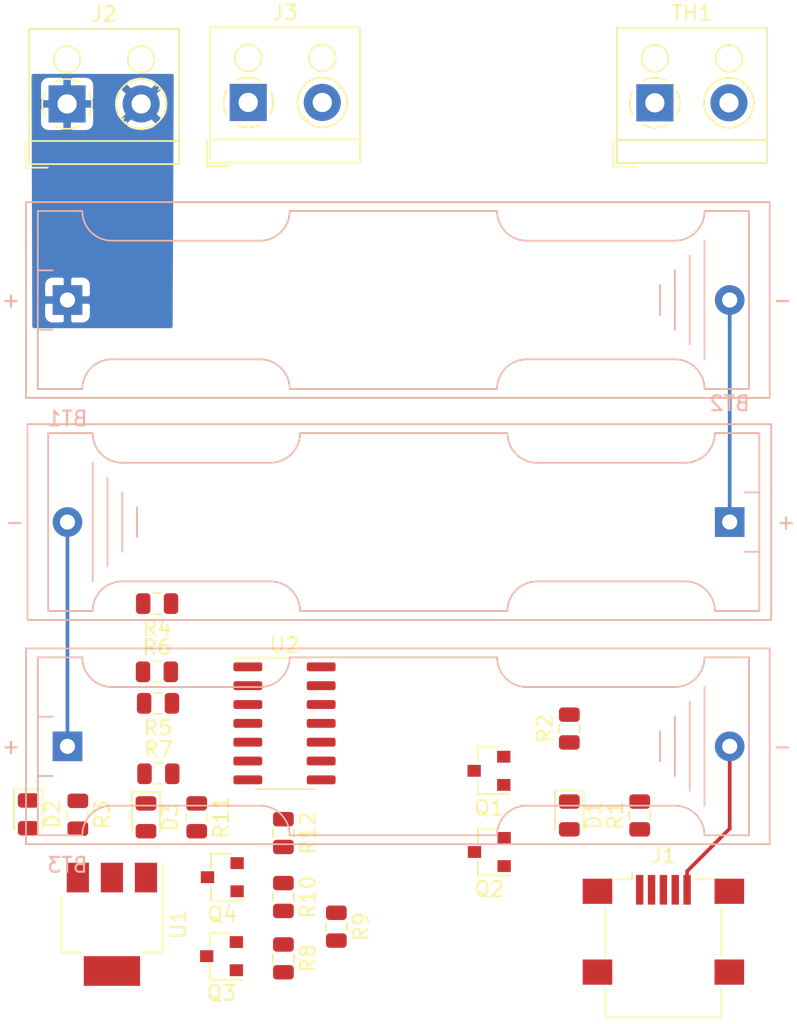
<source format=kicad_pcb>
(kicad_pcb (version 20171130) (host pcbnew "(5.1.5)-3")

  (general
    (thickness 1.6)
    (drawings 0)
    (tracks 8)
    (zones 0)
    (modules 28)
    (nets 23)
  )

  (page A4)
  (layers
    (0 F.Cu signal)
    (31 B.Cu signal)
    (32 B.Adhes user)
    (33 F.Adhes user)
    (34 B.Paste user)
    (35 F.Paste user)
    (36 B.SilkS user)
    (37 F.SilkS user)
    (38 B.Mask user)
    (39 F.Mask user)
    (40 Dwgs.User user)
    (41 Cmts.User user)
    (42 Eco1.User user)
    (43 Eco2.User user)
    (44 Edge.Cuts user)
    (45 Margin user)
    (46 B.CrtYd user)
    (47 F.CrtYd user)
    (48 B.Fab user)
    (49 F.Fab user hide)
  )

  (setup
    (last_trace_width 0.25)
    (user_trace_width 1)
    (trace_clearance 0.2)
    (zone_clearance 0.508)
    (zone_45_only no)
    (trace_min 0.2)
    (via_size 0.8)
    (via_drill 0.4)
    (via_min_size 0.4)
    (via_min_drill 0.3)
    (uvia_size 0.3)
    (uvia_drill 0.1)
    (uvias_allowed no)
    (uvia_min_size 0.2)
    (uvia_min_drill 0.1)
    (edge_width 0.05)
    (segment_width 0.2)
    (pcb_text_width 0.3)
    (pcb_text_size 1.5 1.5)
    (mod_edge_width 0.12)
    (mod_text_size 1 1)
    (mod_text_width 0.15)
    (pad_size 1.524 1.524)
    (pad_drill 0.762)
    (pad_to_mask_clearance 0.051)
    (solder_mask_min_width 0.25)
    (aux_axis_origin 0 0)
    (visible_elements 7FFFFFFF)
    (pcbplotparams
      (layerselection 0x010fc_ffffffff)
      (usegerberextensions false)
      (usegerberattributes false)
      (usegerberadvancedattributes false)
      (creategerberjobfile false)
      (excludeedgelayer true)
      (linewidth 0.100000)
      (plotframeref false)
      (viasonmask false)
      (mode 1)
      (useauxorigin false)
      (hpglpennumber 1)
      (hpglpenspeed 20)
      (hpglpendiameter 15.000000)
      (psnegative false)
      (psa4output false)
      (plotreference true)
      (plotvalue true)
      (plotinvisibletext false)
      (padsonsilk false)
      (subtractmaskfromsilk false)
      (outputformat 1)
      (mirror false)
      (drillshape 1)
      (scaleselection 1)
      (outputdirectory ""))
  )

  (net 0 "")
  (net 1 BAT_V)
  (net 2 "Net-(BT1-Pad2)")
  (net 3 CHR_O)
  (net 4 GNDREF)
  (net 5 +5V)
  (net 6 "Net-(D1-Pad1)")
  (net 7 "Net-(D2-Pad2)")
  (net 8 "Net-(D3-Pad2)")
  (net 9 "Net-(J1-Pad6)")
  (net 10 "Net-(J1-Pad2)")
  (net 11 "Net-(J1-Pad3)")
  (net 12 "Net-(J1-Pad4)")
  (net 13 CHG)
  (net 14 "Net-(Q1-Pad3)")
  (net 15 "Net-(Q2-Pad2)")
  (net 16 "Net-(Q3-Pad1)")
  (net 17 ~TRK~)
  (net 18 "Net-(Q3-Pad3)")
  (net 19 ~SLOW~)
  (net 20 "Net-(R4-Pad1)")
  (net 21 "Net-(R5-Pad1)")
  (net 22 "Net-(R8-Pad2)")

  (net_class Default "This is the default net class."
    (clearance 0.2)
    (trace_width 0.25)
    (via_dia 0.8)
    (via_drill 0.4)
    (uvia_dia 0.3)
    (uvia_drill 0.1)
    (add_net +5V)
    (add_net BAT_V)
    (add_net CHG)
    (add_net CHR_O)
    (add_net GNDREF)
    (add_net "Net-(BT1-Pad2)")
    (add_net "Net-(D1-Pad1)")
    (add_net "Net-(D2-Pad2)")
    (add_net "Net-(D3-Pad2)")
    (add_net "Net-(J1-Pad2)")
    (add_net "Net-(J1-Pad3)")
    (add_net "Net-(J1-Pad4)")
    (add_net "Net-(J1-Pad6)")
    (add_net "Net-(Q1-Pad3)")
    (add_net "Net-(Q2-Pad2)")
    (add_net "Net-(Q3-Pad1)")
    (add_net "Net-(Q3-Pad3)")
    (add_net "Net-(R4-Pad1)")
    (add_net "Net-(R5-Pad1)")
    (add_net "Net-(R8-Pad2)")
    (add_net ~SLOW~)
    (add_net ~TRK~)
  )

  (module Battery:BatteryHolder_Keystone_2466_1xAAA (layer B.Cu) (tedit 5B254C39) (tstamp 60AA2A81)
    (at 98.225001 73.750001)
    (descr "1xAAA Battery Holder, Keystone, Plastic Case, http://www.keyelco.com/product-pdf.cfm?p=1031")
    (tags "AAA battery holder Keystone")
    (path /6047BFA5)
    (fp_text reference BT1 (at 0 8 -180) (layer B.SilkS)
      (effects (font (size 1 1) (thickness 0.15)) (justify mirror))
    )
    (fp_text value Battery_Cell (at 22 0) (layer B.Fab)
      (effects (font (size 1 1) (thickness 0.15)) (justify mirror))
    )
    (fp_text user - (at 48.26 0) (layer B.SilkS)
      (effects (font (size 1 1) (thickness 0.15)) (justify mirror))
    )
    (fp_text user + (at -3.81 0) (layer B.SilkS)
      (effects (font (size 1 1) (thickness 0.15)) (justify mirror))
    )
    (fp_text user %R (at 0 0) (layer B.Fab)
      (effects (font (size 1 1) (thickness 0.15)) (justify mirror))
    )
    (fp_line (start 47.8 -7) (end 47.8 7) (layer B.CrtYd) (width 0.05))
    (fp_line (start -3.2 -7) (end 47.8 -7) (layer B.CrtYd) (width 0.05))
    (fp_line (start -3.2 7) (end -3.2 -7) (layer B.CrtYd) (width 0.05))
    (fp_line (start 47.8 7) (end -3.2 7) (layer B.CrtYd) (width 0.05))
    (fp_line (start 47.4 -6.6) (end 47.4 6.6) (layer B.SilkS) (width 0.12))
    (fp_line (start -2.8 -6.6) (end 47.4 -6.6) (layer B.SilkS) (width 0.12))
    (fp_line (start -2.8 6.6) (end -2.8 -6.6) (layer B.SilkS) (width 0.12))
    (fp_line (start 47.4 6.6) (end -2.8 6.6) (layer B.SilkS) (width 0.12))
    (fp_line (start 40 1) (end 40 -1) (layer B.SilkS) (width 0.12))
    (fp_line (start 41 2) (end 41 -2) (layer B.SilkS) (width 0.12))
    (fp_line (start 42 -3) (end 42 3) (layer B.SilkS) (width 0.12))
    (fp_line (start 43 4) (end 43 -4) (layer B.SilkS) (width 0.12))
    (fp_line (start -2 2) (end -1 2) (layer B.SilkS) (width 0.12))
    (fp_line (start -1 -2) (end -2 -2) (layer B.SilkS) (width 0.12))
    (fp_line (start 15 -6) (end 29 -6) (layer B.SilkS) (width 0.12))
    (fp_line (start 29 6) (end 15 6) (layer B.SilkS) (width 0.12))
    (fp_arc (start 31 6) (end 31 4) (angle -90) (layer B.SilkS) (width 0.12))
    (fp_arc (start 13 6) (end 15 6) (angle -90) (layer B.SilkS) (width 0.12))
    (fp_arc (start 13 -6) (end 13 -4) (angle -90) (layer B.SilkS) (width 0.12))
    (fp_arc (start 31 -6) (end 29 -6) (angle -90) (layer B.SilkS) (width 0.12))
    (fp_line (start 3 -4) (end 13 -4) (layer B.SilkS) (width 0.12))
    (fp_line (start 3 4) (end 13 4) (layer B.SilkS) (width 0.12))
    (fp_arc (start 3 -6) (end 1 -6) (angle -90) (layer B.SilkS) (width 0.12))
    (fp_line (start 41 4) (end 31 4) (layer B.SilkS) (width 0.12))
    (fp_line (start 41 -4) (end 31 -4) (layer B.SilkS) (width 0.12))
    (fp_arc (start 41 -6) (end 41 -4) (angle -90) (layer B.SilkS) (width 0.12))
    (fp_arc (start 41 6) (end 43 6) (angle -90) (layer B.SilkS) (width 0.12))
    (fp_arc (start 3 6) (end 3 4) (angle -90) (layer B.SilkS) (width 0.12))
    (fp_line (start -2 6) (end 1 6) (layer B.SilkS) (width 0.12))
    (fp_line (start -2 6) (end -2 -6) (layer B.SilkS) (width 0.12))
    (fp_line (start -2 -6) (end 1 -6) (layer B.SilkS) (width 0.12))
    (fp_line (start 46 6) (end 43 6) (layer B.SilkS) (width 0.12))
    (fp_line (start 46 6) (end 46 -6) (layer B.SilkS) (width 0.12))
    (fp_line (start 46 -6) (end 43 -6) (layer B.SilkS) (width 0.12))
    (fp_line (start -2.7 0) (end -2.7 6.5) (layer B.Fab) (width 0.1))
    (fp_line (start -2.7 6.5) (end 47.3 6.5) (layer B.Fab) (width 0.1))
    (fp_line (start 47.3 6.5) (end 47.3 -6.5) (layer B.Fab) (width 0.1))
    (fp_line (start 47.3 -6.5) (end -2.7 -6.5) (layer B.Fab) (width 0.1))
    (fp_line (start -2.7 -6.5) (end -2.7 0) (layer B.Fab) (width 0.1))
    (pad 1 thru_hole rect (at 0 0) (size 2 2) (drill 1.02) (layers *.Cu *.Mask)
      (net 1 BAT_V))
    (pad 2 thru_hole circle (at 44.7 0) (size 2 2) (drill 1.02) (layers *.Cu *.Mask)
      (net 2 "Net-(BT1-Pad2)"))
    (model ${KISYS3DMOD}/Battery.3dshapes/BatteryHolder_Keystone_2466_1xAAA.wrl
      (at (xyz 0 0 0))
      (scale (xyz 1 1 1))
      (rotate (xyz 0 0 0))
    )
  )

  (module Battery:BatteryHolder_Keystone_2466_1xAAA (layer B.Cu) (tedit 5B254C39) (tstamp 60AA2AB1)
    (at 142.925 88.725 180)
    (descr "1xAAA Battery Holder, Keystone, Plastic Case, http://www.keyelco.com/product-pdf.cfm?p=1031")
    (tags "AAA battery holder Keystone")
    (path /6047D8C6)
    (fp_text reference BT2 (at 0 8 180) (layer B.SilkS)
      (effects (font (size 1 1) (thickness 0.15)) (justify mirror))
    )
    (fp_text value Battery_Cell (at 22 0) (layer B.Fab)
      (effects (font (size 1 1) (thickness 0.15)) (justify mirror))
    )
    (fp_line (start -2.7 -6.5) (end -2.7 0) (layer B.Fab) (width 0.1))
    (fp_line (start 47.3 -6.5) (end -2.7 -6.5) (layer B.Fab) (width 0.1))
    (fp_line (start 47.3 6.5) (end 47.3 -6.5) (layer B.Fab) (width 0.1))
    (fp_line (start -2.7 6.5) (end 47.3 6.5) (layer B.Fab) (width 0.1))
    (fp_line (start -2.7 0) (end -2.7 6.5) (layer B.Fab) (width 0.1))
    (fp_line (start 46 -6) (end 43 -6) (layer B.SilkS) (width 0.12))
    (fp_line (start 46 6) (end 46 -6) (layer B.SilkS) (width 0.12))
    (fp_line (start 46 6) (end 43 6) (layer B.SilkS) (width 0.12))
    (fp_line (start -2 -6) (end 1 -6) (layer B.SilkS) (width 0.12))
    (fp_line (start -2 6) (end -2 -6) (layer B.SilkS) (width 0.12))
    (fp_line (start -2 6) (end 1 6) (layer B.SilkS) (width 0.12))
    (fp_arc (start 3 6) (end 3 4) (angle -90) (layer B.SilkS) (width 0.12))
    (fp_arc (start 41 6) (end 43 6) (angle -90) (layer B.SilkS) (width 0.12))
    (fp_arc (start 41 -6) (end 41 -4) (angle -90) (layer B.SilkS) (width 0.12))
    (fp_line (start 41 -4) (end 31 -4) (layer B.SilkS) (width 0.12))
    (fp_line (start 41 4) (end 31 4) (layer B.SilkS) (width 0.12))
    (fp_arc (start 3 -6) (end 1 -6) (angle -90) (layer B.SilkS) (width 0.12))
    (fp_line (start 3 4) (end 13 4) (layer B.SilkS) (width 0.12))
    (fp_line (start 3 -4) (end 13 -4) (layer B.SilkS) (width 0.12))
    (fp_arc (start 31 -6) (end 29 -6) (angle -90) (layer B.SilkS) (width 0.12))
    (fp_arc (start 13 -6) (end 13 -4) (angle -90) (layer B.SilkS) (width 0.12))
    (fp_arc (start 13 6) (end 15 6) (angle -90) (layer B.SilkS) (width 0.12))
    (fp_arc (start 31 6) (end 31 4) (angle -90) (layer B.SilkS) (width 0.12))
    (fp_line (start 29 6) (end 15 6) (layer B.SilkS) (width 0.12))
    (fp_line (start 15 -6) (end 29 -6) (layer B.SilkS) (width 0.12))
    (fp_line (start -1 -2) (end -2 -2) (layer B.SilkS) (width 0.12))
    (fp_line (start -2 2) (end -1 2) (layer B.SilkS) (width 0.12))
    (fp_line (start 43 4) (end 43 -4) (layer B.SilkS) (width 0.12))
    (fp_line (start 42 -3) (end 42 3) (layer B.SilkS) (width 0.12))
    (fp_line (start 41 2) (end 41 -2) (layer B.SilkS) (width 0.12))
    (fp_line (start 40 1) (end 40 -1) (layer B.SilkS) (width 0.12))
    (fp_line (start 47.4 6.6) (end -2.8 6.6) (layer B.SilkS) (width 0.12))
    (fp_line (start -2.8 6.6) (end -2.8 -6.6) (layer B.SilkS) (width 0.12))
    (fp_line (start -2.8 -6.6) (end 47.4 -6.6) (layer B.SilkS) (width 0.12))
    (fp_line (start 47.4 -6.6) (end 47.4 6.6) (layer B.SilkS) (width 0.12))
    (fp_line (start 47.8 7) (end -3.2 7) (layer B.CrtYd) (width 0.05))
    (fp_line (start -3.2 7) (end -3.2 -7) (layer B.CrtYd) (width 0.05))
    (fp_line (start -3.2 -7) (end 47.8 -7) (layer B.CrtYd) (width 0.05))
    (fp_line (start 47.8 -7) (end 47.8 7) (layer B.CrtYd) (width 0.05))
    (fp_text user %R (at 0 0) (layer B.Fab)
      (effects (font (size 1 1) (thickness 0.15)) (justify mirror))
    )
    (fp_text user + (at -3.81 0) (layer B.SilkS)
      (effects (font (size 1 1) (thickness 0.15)) (justify mirror))
    )
    (fp_text user - (at 48.26 0) (layer B.SilkS)
      (effects (font (size 1 1) (thickness 0.15)) (justify mirror))
    )
    (pad 2 thru_hole circle (at 44.7 0 180) (size 2 2) (drill 1.02) (layers *.Cu *.Mask)
      (net 3 CHR_O))
    (pad 1 thru_hole rect (at 0 0 180) (size 2 2) (drill 1.02) (layers *.Cu *.Mask)
      (net 2 "Net-(BT1-Pad2)"))
    (model ${KISYS3DMOD}/Battery.3dshapes/BatteryHolder_Keystone_2466_1xAAA.wrl
      (at (xyz 0 0 0))
      (scale (xyz 1 1 1))
      (rotate (xyz 0 0 0))
    )
  )

  (module Battery:BatteryHolder_Keystone_2466_1xAAA (layer B.Cu) (tedit 5B254C39) (tstamp 60AA2AE1)
    (at 98.225001 103.850001)
    (descr "1xAAA Battery Holder, Keystone, Plastic Case, http://www.keyelco.com/product-pdf.cfm?p=1031")
    (tags "AAA battery holder Keystone")
    (path /6047E02B)
    (fp_text reference BT3 (at 0 8 -180) (layer B.SilkS)
      (effects (font (size 1 1) (thickness 0.15)) (justify mirror))
    )
    (fp_text value Battery_Cell (at 22 0) (layer B.Fab)
      (effects (font (size 1 1) (thickness 0.15)) (justify mirror))
    )
    (fp_text user - (at 48.26 0) (layer B.SilkS)
      (effects (font (size 1 1) (thickness 0.15)) (justify mirror))
    )
    (fp_text user + (at -3.81 0) (layer B.SilkS)
      (effects (font (size 1 1) (thickness 0.15)) (justify mirror))
    )
    (fp_text user %R (at 0 0) (layer B.Fab)
      (effects (font (size 1 1) (thickness 0.15)) (justify mirror))
    )
    (fp_line (start 47.8 -7) (end 47.8 7) (layer B.CrtYd) (width 0.05))
    (fp_line (start -3.2 -7) (end 47.8 -7) (layer B.CrtYd) (width 0.05))
    (fp_line (start -3.2 7) (end -3.2 -7) (layer B.CrtYd) (width 0.05))
    (fp_line (start 47.8 7) (end -3.2 7) (layer B.CrtYd) (width 0.05))
    (fp_line (start 47.4 -6.6) (end 47.4 6.6) (layer B.SilkS) (width 0.12))
    (fp_line (start -2.8 -6.6) (end 47.4 -6.6) (layer B.SilkS) (width 0.12))
    (fp_line (start -2.8 6.6) (end -2.8 -6.6) (layer B.SilkS) (width 0.12))
    (fp_line (start 47.4 6.6) (end -2.8 6.6) (layer B.SilkS) (width 0.12))
    (fp_line (start 40 1) (end 40 -1) (layer B.SilkS) (width 0.12))
    (fp_line (start 41 2) (end 41 -2) (layer B.SilkS) (width 0.12))
    (fp_line (start 42 -3) (end 42 3) (layer B.SilkS) (width 0.12))
    (fp_line (start 43 4) (end 43 -4) (layer B.SilkS) (width 0.12))
    (fp_line (start -2 2) (end -1 2) (layer B.SilkS) (width 0.12))
    (fp_line (start -1 -2) (end -2 -2) (layer B.SilkS) (width 0.12))
    (fp_line (start 15 -6) (end 29 -6) (layer B.SilkS) (width 0.12))
    (fp_line (start 29 6) (end 15 6) (layer B.SilkS) (width 0.12))
    (fp_arc (start 31 6) (end 31 4) (angle -90) (layer B.SilkS) (width 0.12))
    (fp_arc (start 13 6) (end 15 6) (angle -90) (layer B.SilkS) (width 0.12))
    (fp_arc (start 13 -6) (end 13 -4) (angle -90) (layer B.SilkS) (width 0.12))
    (fp_arc (start 31 -6) (end 29 -6) (angle -90) (layer B.SilkS) (width 0.12))
    (fp_line (start 3 -4) (end 13 -4) (layer B.SilkS) (width 0.12))
    (fp_line (start 3 4) (end 13 4) (layer B.SilkS) (width 0.12))
    (fp_arc (start 3 -6) (end 1 -6) (angle -90) (layer B.SilkS) (width 0.12))
    (fp_line (start 41 4) (end 31 4) (layer B.SilkS) (width 0.12))
    (fp_line (start 41 -4) (end 31 -4) (layer B.SilkS) (width 0.12))
    (fp_arc (start 41 -6) (end 41 -4) (angle -90) (layer B.SilkS) (width 0.12))
    (fp_arc (start 41 6) (end 43 6) (angle -90) (layer B.SilkS) (width 0.12))
    (fp_arc (start 3 6) (end 3 4) (angle -90) (layer B.SilkS) (width 0.12))
    (fp_line (start -2 6) (end 1 6) (layer B.SilkS) (width 0.12))
    (fp_line (start -2 6) (end -2 -6) (layer B.SilkS) (width 0.12))
    (fp_line (start -2 -6) (end 1 -6) (layer B.SilkS) (width 0.12))
    (fp_line (start 46 6) (end 43 6) (layer B.SilkS) (width 0.12))
    (fp_line (start 46 6) (end 46 -6) (layer B.SilkS) (width 0.12))
    (fp_line (start 46 -6) (end 43 -6) (layer B.SilkS) (width 0.12))
    (fp_line (start -2.7 0) (end -2.7 6.5) (layer B.Fab) (width 0.1))
    (fp_line (start -2.7 6.5) (end 47.3 6.5) (layer B.Fab) (width 0.1))
    (fp_line (start 47.3 6.5) (end 47.3 -6.5) (layer B.Fab) (width 0.1))
    (fp_line (start 47.3 -6.5) (end -2.7 -6.5) (layer B.Fab) (width 0.1))
    (fp_line (start -2.7 -6.5) (end -2.7 0) (layer B.Fab) (width 0.1))
    (pad 1 thru_hole rect (at 0 0) (size 2 2) (drill 1.02) (layers *.Cu *.Mask)
      (net 3 CHR_O))
    (pad 2 thru_hole circle (at 44.7 0) (size 2 2) (drill 1.02) (layers *.Cu *.Mask)
      (net 4 GNDREF))
    (model ${KISYS3DMOD}/Battery.3dshapes/BatteryHolder_Keystone_2466_1xAAA.wrl
      (at (xyz 0 0 0))
      (scale (xyz 1 1 1))
      (rotate (xyz 0 0 0))
    )
  )

  (module Diode_SMD:D_0805_2012Metric (layer F.Cu) (tedit 5B36C52B) (tstamp 60AA2AF4)
    (at 132.1 108.5125 270)
    (descr "Diode SMD 0805 (2012 Metric), square (rectangular) end terminal, IPC_7351 nominal, (Body size source: https://docs.google.com/spreadsheets/d/1BsfQQcO9C6DZCsRaXUlFlo91Tg2WpOkGARC1WS5S8t0/edit?usp=sharing), generated with kicad-footprint-generator")
    (tags diode)
    (path /6046F2E1)
    (attr smd)
    (fp_text reference D1 (at 0 -1.65 90) (layer F.SilkS)
      (effects (font (size 1 1) (thickness 0.15)))
    )
    (fp_text value D_Shockley (at 0 1.65 90) (layer F.Fab)
      (effects (font (size 1 1) (thickness 0.15)))
    )
    (fp_text user %R (at 0 0 90) (layer F.Fab)
      (effects (font (size 0.5 0.5) (thickness 0.08)))
    )
    (fp_line (start 1.68 0.95) (end -1.68 0.95) (layer F.CrtYd) (width 0.05))
    (fp_line (start 1.68 -0.95) (end 1.68 0.95) (layer F.CrtYd) (width 0.05))
    (fp_line (start -1.68 -0.95) (end 1.68 -0.95) (layer F.CrtYd) (width 0.05))
    (fp_line (start -1.68 0.95) (end -1.68 -0.95) (layer F.CrtYd) (width 0.05))
    (fp_line (start -1.685 0.96) (end 1 0.96) (layer F.SilkS) (width 0.12))
    (fp_line (start -1.685 -0.96) (end -1.685 0.96) (layer F.SilkS) (width 0.12))
    (fp_line (start 1 -0.96) (end -1.685 -0.96) (layer F.SilkS) (width 0.12))
    (fp_line (start 1 0.6) (end 1 -0.6) (layer F.Fab) (width 0.1))
    (fp_line (start -1 0.6) (end 1 0.6) (layer F.Fab) (width 0.1))
    (fp_line (start -1 -0.3) (end -1 0.6) (layer F.Fab) (width 0.1))
    (fp_line (start -0.7 -0.6) (end -1 -0.3) (layer F.Fab) (width 0.1))
    (fp_line (start 1 -0.6) (end -0.7 -0.6) (layer F.Fab) (width 0.1))
    (pad 2 smd roundrect (at 0.9375 0 270) (size 0.975 1.4) (layers F.Cu F.Paste F.Mask) (roundrect_rratio 0.25)
      (net 5 +5V))
    (pad 1 smd roundrect (at -0.9375 0 270) (size 0.975 1.4) (layers F.Cu F.Paste F.Mask) (roundrect_rratio 0.25)
      (net 6 "Net-(D1-Pad1)"))
    (model ${KISYS3DMOD}/Diode_SMD.3dshapes/D_0805_2012Metric.wrl
      (at (xyz 0 0 0))
      (scale (xyz 1 1 1))
      (rotate (xyz 0 0 0))
    )
  )

  (module Diode_SMD:D_0805_2012Metric (layer F.Cu) (tedit 5B36C52B) (tstamp 60AA2B07)
    (at 95.575 108.4375 270)
    (descr "Diode SMD 0805 (2012 Metric), square (rectangular) end terminal, IPC_7351 nominal, (Body size source: https://docs.google.com/spreadsheets/d/1BsfQQcO9C6DZCsRaXUlFlo91Tg2WpOkGARC1WS5S8t0/edit?usp=sharing), generated with kicad-footprint-generator")
    (tags diode)
    (path /60472A6E)
    (attr smd)
    (fp_text reference D2 (at 0 -1.65 90) (layer F.SilkS)
      (effects (font (size 1 1) (thickness 0.15)))
    )
    (fp_text value LED (at 0 1.65 90) (layer F.Fab)
      (effects (font (size 1 1) (thickness 0.15)))
    )
    (fp_line (start 1 -0.6) (end -0.7 -0.6) (layer F.Fab) (width 0.1))
    (fp_line (start -0.7 -0.6) (end -1 -0.3) (layer F.Fab) (width 0.1))
    (fp_line (start -1 -0.3) (end -1 0.6) (layer F.Fab) (width 0.1))
    (fp_line (start -1 0.6) (end 1 0.6) (layer F.Fab) (width 0.1))
    (fp_line (start 1 0.6) (end 1 -0.6) (layer F.Fab) (width 0.1))
    (fp_line (start 1 -0.96) (end -1.685 -0.96) (layer F.SilkS) (width 0.12))
    (fp_line (start -1.685 -0.96) (end -1.685 0.96) (layer F.SilkS) (width 0.12))
    (fp_line (start -1.685 0.96) (end 1 0.96) (layer F.SilkS) (width 0.12))
    (fp_line (start -1.68 0.95) (end -1.68 -0.95) (layer F.CrtYd) (width 0.05))
    (fp_line (start -1.68 -0.95) (end 1.68 -0.95) (layer F.CrtYd) (width 0.05))
    (fp_line (start 1.68 -0.95) (end 1.68 0.95) (layer F.CrtYd) (width 0.05))
    (fp_line (start 1.68 0.95) (end -1.68 0.95) (layer F.CrtYd) (width 0.05))
    (fp_text user %R (at 0 0 90) (layer F.Fab)
      (effects (font (size 0.5 0.5) (thickness 0.08)))
    )
    (pad 1 smd roundrect (at -0.9375 0 270) (size 0.975 1.4) (layers F.Cu F.Paste F.Mask) (roundrect_rratio 0.25)
      (net 4 GNDREF))
    (pad 2 smd roundrect (at 0.9375 0 270) (size 0.975 1.4) (layers F.Cu F.Paste F.Mask) (roundrect_rratio 0.25)
      (net 7 "Net-(D2-Pad2)"))
    (model ${KISYS3DMOD}/Diode_SMD.3dshapes/D_0805_2012Metric.wrl
      (at (xyz 0 0 0))
      (scale (xyz 1 1 1))
      (rotate (xyz 0 0 0))
    )
  )

  (module Diode_SMD:D_0805_2012Metric (layer F.Cu) (tedit 5B36C52B) (tstamp 60AA2B1A)
    (at 103.525 108.6375 270)
    (descr "Diode SMD 0805 (2012 Metric), square (rectangular) end terminal, IPC_7351 nominal, (Body size source: https://docs.google.com/spreadsheets/d/1BsfQQcO9C6DZCsRaXUlFlo91Tg2WpOkGARC1WS5S8t0/edit?usp=sharing), generated with kicad-footprint-generator")
    (tags diode)
    (path /60475FF2)
    (attr smd)
    (fp_text reference D3 (at 0 -1.65 90) (layer F.SilkS)
      (effects (font (size 1 1) (thickness 0.15)))
    )
    (fp_text value D_Shockley (at 0 1.65 90) (layer F.Fab)
      (effects (font (size 1 1) (thickness 0.15)))
    )
    (fp_line (start 1 -0.6) (end -0.7 -0.6) (layer F.Fab) (width 0.1))
    (fp_line (start -0.7 -0.6) (end -1 -0.3) (layer F.Fab) (width 0.1))
    (fp_line (start -1 -0.3) (end -1 0.6) (layer F.Fab) (width 0.1))
    (fp_line (start -1 0.6) (end 1 0.6) (layer F.Fab) (width 0.1))
    (fp_line (start 1 0.6) (end 1 -0.6) (layer F.Fab) (width 0.1))
    (fp_line (start 1 -0.96) (end -1.685 -0.96) (layer F.SilkS) (width 0.12))
    (fp_line (start -1.685 -0.96) (end -1.685 0.96) (layer F.SilkS) (width 0.12))
    (fp_line (start -1.685 0.96) (end 1 0.96) (layer F.SilkS) (width 0.12))
    (fp_line (start -1.68 0.95) (end -1.68 -0.95) (layer F.CrtYd) (width 0.05))
    (fp_line (start -1.68 -0.95) (end 1.68 -0.95) (layer F.CrtYd) (width 0.05))
    (fp_line (start 1.68 -0.95) (end 1.68 0.95) (layer F.CrtYd) (width 0.05))
    (fp_line (start 1.68 0.95) (end -1.68 0.95) (layer F.CrtYd) (width 0.05))
    (fp_text user %R (at 0 0 90) (layer F.Fab)
      (effects (font (size 0.5 0.5) (thickness 0.08)))
    )
    (pad 1 smd roundrect (at -0.9375 0 270) (size 0.975 1.4) (layers F.Cu F.Paste F.Mask) (roundrect_rratio 0.25)
      (net 1 BAT_V))
    (pad 2 smd roundrect (at 0.9375 0 270) (size 0.975 1.4) (layers F.Cu F.Paste F.Mask) (roundrect_rratio 0.25)
      (net 8 "Net-(D3-Pad2)"))
    (model ${KISYS3DMOD}/Diode_SMD.3dshapes/D_0805_2012Metric.wrl
      (at (xyz 0 0 0))
      (scale (xyz 1 1 1))
      (rotate (xyz 0 0 0))
    )
  )

  (module TerminalBlock_RND:TerminalBlock_RND_205-00001_1x02_P5.00mm_Horizontal (layer F.Cu) (tedit 5B294F8C) (tstamp 60AA2B70)
    (at 98.2 60.525)
    (descr "terminal block RND 205-00001, 2 pins, pitch 5mm, size 10x9mm^2, drill diamater 1.3mm, pad diameter 2.5mm, see http://cdn-reichelt.de/documents/datenblatt/C151/RND_205-00001_DB_EN.pdf, script-generated using https://github.com/pointhi/kicad-footprint-generator/scripts/TerminalBlock_RND")
    (tags "THT terminal block RND 205-00001 pitch 5mm size 10x9mm^2 drill 1.3mm pad 2.5mm")
    (path /604823FE)
    (fp_text reference J2 (at 2.5 -6.06) (layer F.SilkS)
      (effects (font (size 1 1) (thickness 0.15)))
    )
    (fp_text value "Bat +" (at 2.5 5.06) (layer F.Fab)
      (effects (font (size 1 1) (thickness 0.15)))
    )
    (fp_arc (start 0 0) (end 0 1.68) (angle -28) (layer F.SilkS) (width 0.12))
    (fp_arc (start 0 0) (end 1.484 0.789) (angle -56) (layer F.SilkS) (width 0.12))
    (fp_arc (start 0 0) (end 0.789 -1.484) (angle -56) (layer F.SilkS) (width 0.12))
    (fp_arc (start 0 0) (end -1.484 -0.789) (angle -56) (layer F.SilkS) (width 0.12))
    (fp_arc (start 0 0) (end -0.789 1.484) (angle -29) (layer F.SilkS) (width 0.12))
    (fp_circle (center 0 0) (end 1.5 0) (layer F.Fab) (width 0.1))
    (fp_circle (center 0 -3) (end 0.9 -3) (layer F.Fab) (width 0.1))
    (fp_circle (center 0 -3) (end 0.9 -3) (layer F.SilkS) (width 0.12))
    (fp_circle (center 5 0) (end 6.5 0) (layer F.Fab) (width 0.1))
    (fp_circle (center 5 0) (end 6.68 0) (layer F.SilkS) (width 0.12))
    (fp_circle (center 5 -3) (end 5.9 -3) (layer F.Fab) (width 0.1))
    (fp_circle (center 5 -3) (end 5.9 -3) (layer F.SilkS) (width 0.12))
    (fp_line (start -2.5 -5) (end 7.5 -5) (layer F.Fab) (width 0.1))
    (fp_line (start 7.5 -5) (end 7.5 4) (layer F.Fab) (width 0.1))
    (fp_line (start 7.5 4) (end -1 4) (layer F.Fab) (width 0.1))
    (fp_line (start -1 4) (end -2.5 2.5) (layer F.Fab) (width 0.1))
    (fp_line (start -2.5 2.5) (end -2.5 -5) (layer F.Fab) (width 0.1))
    (fp_line (start -2.5 2.5) (end 7.5 2.5) (layer F.Fab) (width 0.1))
    (fp_line (start -2.56 2.5) (end 7.56 2.5) (layer F.SilkS) (width 0.12))
    (fp_line (start -2.56 -5.06) (end 7.56 -5.06) (layer F.SilkS) (width 0.12))
    (fp_line (start -2.56 4.06) (end 7.56 4.06) (layer F.SilkS) (width 0.12))
    (fp_line (start -2.56 -5.06) (end -2.56 4.06) (layer F.SilkS) (width 0.12))
    (fp_line (start 7.56 -5.06) (end 7.56 4.06) (layer F.SilkS) (width 0.12))
    (fp_line (start 1.138 -0.955) (end -0.955 1.138) (layer F.Fab) (width 0.1))
    (fp_line (start 0.955 -1.138) (end -1.138 0.955) (layer F.Fab) (width 0.1))
    (fp_line (start 6.138 -0.955) (end 4.046 1.138) (layer F.Fab) (width 0.1))
    (fp_line (start 5.955 -1.138) (end 3.863 0.955) (layer F.Fab) (width 0.1))
    (fp_line (start 6.275 -1.069) (end 6.181 -0.976) (layer F.SilkS) (width 0.12))
    (fp_line (start 3.99 1.216) (end 3.931 1.274) (layer F.SilkS) (width 0.12))
    (fp_line (start 6.07 -1.275) (end 6.011 -1.216) (layer F.SilkS) (width 0.12))
    (fp_line (start 3.82 0.976) (end 3.726 1.069) (layer F.SilkS) (width 0.12))
    (fp_line (start -2.8 2.56) (end -2.8 4.3) (layer F.SilkS) (width 0.12))
    (fp_line (start -2.8 4.3) (end -1.3 4.3) (layer F.SilkS) (width 0.12))
    (fp_line (start -3 -5.5) (end -3 4.5) (layer F.CrtYd) (width 0.05))
    (fp_line (start -3 4.5) (end 8 4.5) (layer F.CrtYd) (width 0.05))
    (fp_line (start 8 4.5) (end 8 -5.5) (layer F.CrtYd) (width 0.05))
    (fp_line (start 8 -5.5) (end -3 -5.5) (layer F.CrtYd) (width 0.05))
    (fp_text user %R (at 2.5 -6.06) (layer F.Fab)
      (effects (font (size 1 1) (thickness 0.15)))
    )
    (pad 1 thru_hole rect (at 0 0) (size 2.5 2.5) (drill 1.3) (layers *.Cu *.Mask)
      (net 1 BAT_V))
    (pad 2 thru_hole circle (at 5 0) (size 2.5 2.5) (drill 1.3) (layers *.Cu *.Mask)
      (net 1 BAT_V))
    (model ${KISYS3DMOD}/TerminalBlock_RND.3dshapes/TerminalBlock_RND_205-00001_1x02_P5.00mm_Horizontal.wrl
      (at (xyz 0 0 0))
      (scale (xyz 1 1 1))
      (rotate (xyz 0 0 0))
    )
  )

  (module TerminalBlock_RND:TerminalBlock_RND_205-00001_1x02_P5.00mm_Horizontal (layer F.Cu) (tedit 5B294F8C) (tstamp 60AA2B9C)
    (at 110.425 60.425)
    (descr "terminal block RND 205-00001, 2 pins, pitch 5mm, size 10x9mm^2, drill diamater 1.3mm, pad diameter 2.5mm, see http://cdn-reichelt.de/documents/datenblatt/C151/RND_205-00001_DB_EN.pdf, script-generated using https://github.com/pointhi/kicad-footprint-generator/scripts/TerminalBlock_RND")
    (tags "THT terminal block RND 205-00001 pitch 5mm size 10x9mm^2 drill 1.3mm pad 2.5mm")
    (path /60483920)
    (fp_text reference J3 (at 2.5 -6.06) (layer F.SilkS)
      (effects (font (size 1 1) (thickness 0.15)))
    )
    (fp_text value "Bat -" (at 2.5 5.06) (layer F.Fab)
      (effects (font (size 1 1) (thickness 0.15)))
    )
    (fp_text user %R (at 2.5 -6.06) (layer F.Fab)
      (effects (font (size 1 1) (thickness 0.15)))
    )
    (fp_line (start 8 -5.5) (end -3 -5.5) (layer F.CrtYd) (width 0.05))
    (fp_line (start 8 4.5) (end 8 -5.5) (layer F.CrtYd) (width 0.05))
    (fp_line (start -3 4.5) (end 8 4.5) (layer F.CrtYd) (width 0.05))
    (fp_line (start -3 -5.5) (end -3 4.5) (layer F.CrtYd) (width 0.05))
    (fp_line (start -2.8 4.3) (end -1.3 4.3) (layer F.SilkS) (width 0.12))
    (fp_line (start -2.8 2.56) (end -2.8 4.3) (layer F.SilkS) (width 0.12))
    (fp_line (start 3.82 0.976) (end 3.726 1.069) (layer F.SilkS) (width 0.12))
    (fp_line (start 6.07 -1.275) (end 6.011 -1.216) (layer F.SilkS) (width 0.12))
    (fp_line (start 3.99 1.216) (end 3.931 1.274) (layer F.SilkS) (width 0.12))
    (fp_line (start 6.275 -1.069) (end 6.181 -0.976) (layer F.SilkS) (width 0.12))
    (fp_line (start 5.955 -1.138) (end 3.863 0.955) (layer F.Fab) (width 0.1))
    (fp_line (start 6.138 -0.955) (end 4.046 1.138) (layer F.Fab) (width 0.1))
    (fp_line (start 0.955 -1.138) (end -1.138 0.955) (layer F.Fab) (width 0.1))
    (fp_line (start 1.138 -0.955) (end -0.955 1.138) (layer F.Fab) (width 0.1))
    (fp_line (start 7.56 -5.06) (end 7.56 4.06) (layer F.SilkS) (width 0.12))
    (fp_line (start -2.56 -5.06) (end -2.56 4.06) (layer F.SilkS) (width 0.12))
    (fp_line (start -2.56 4.06) (end 7.56 4.06) (layer F.SilkS) (width 0.12))
    (fp_line (start -2.56 -5.06) (end 7.56 -5.06) (layer F.SilkS) (width 0.12))
    (fp_line (start -2.56 2.5) (end 7.56 2.5) (layer F.SilkS) (width 0.12))
    (fp_line (start -2.5 2.5) (end 7.5 2.5) (layer F.Fab) (width 0.1))
    (fp_line (start -2.5 2.5) (end -2.5 -5) (layer F.Fab) (width 0.1))
    (fp_line (start -1 4) (end -2.5 2.5) (layer F.Fab) (width 0.1))
    (fp_line (start 7.5 4) (end -1 4) (layer F.Fab) (width 0.1))
    (fp_line (start 7.5 -5) (end 7.5 4) (layer F.Fab) (width 0.1))
    (fp_line (start -2.5 -5) (end 7.5 -5) (layer F.Fab) (width 0.1))
    (fp_circle (center 5 -3) (end 5.9 -3) (layer F.SilkS) (width 0.12))
    (fp_circle (center 5 -3) (end 5.9 -3) (layer F.Fab) (width 0.1))
    (fp_circle (center 5 0) (end 6.68 0) (layer F.SilkS) (width 0.12))
    (fp_circle (center 5 0) (end 6.5 0) (layer F.Fab) (width 0.1))
    (fp_circle (center 0 -3) (end 0.9 -3) (layer F.SilkS) (width 0.12))
    (fp_circle (center 0 -3) (end 0.9 -3) (layer F.Fab) (width 0.1))
    (fp_circle (center 0 0) (end 1.5 0) (layer F.Fab) (width 0.1))
    (fp_arc (start 0 0) (end -0.789 1.484) (angle -29) (layer F.SilkS) (width 0.12))
    (fp_arc (start 0 0) (end -1.484 -0.789) (angle -56) (layer F.SilkS) (width 0.12))
    (fp_arc (start 0 0) (end 0.789 -1.484) (angle -56) (layer F.SilkS) (width 0.12))
    (fp_arc (start 0 0) (end 1.484 0.789) (angle -56) (layer F.SilkS) (width 0.12))
    (fp_arc (start 0 0) (end 0 1.68) (angle -28) (layer F.SilkS) (width 0.12))
    (pad 2 thru_hole circle (at 5 0) (size 2.5 2.5) (drill 1.3) (layers *.Cu *.Mask)
      (net 4 GNDREF))
    (pad 1 thru_hole rect (at 0 0) (size 2.5 2.5) (drill 1.3) (layers *.Cu *.Mask)
      (net 4 GNDREF))
    (model ${KISYS3DMOD}/TerminalBlock_RND.3dshapes/TerminalBlock_RND_205-00001_1x02_P5.00mm_Horizontal.wrl
      (at (xyz 0 0 0))
      (scale (xyz 1 1 1))
      (rotate (xyz 0 0 0))
    )
  )

  (module Package_TO_SOT_SMD:SOT-23 (layer F.Cu) (tedit 5A02FF57) (tstamp 60B6F44F)
    (at 126.675 105.5 180)
    (descr "SOT-23, Standard")
    (tags SOT-23)
    (path /60470BEE)
    (attr smd)
    (fp_text reference Q1 (at 0 -2.5) (layer F.SilkS)
      (effects (font (size 1 1) (thickness 0.15)))
    )
    (fp_text value Q_PMOS_DGS (at 0 2.5) (layer F.Fab)
      (effects (font (size 1 1) (thickness 0.15)))
    )
    (fp_text user %R (at 0 0 90) (layer F.Fab)
      (effects (font (size 0.5 0.5) (thickness 0.075)))
    )
    (fp_line (start -0.7 -0.95) (end -0.7 1.5) (layer F.Fab) (width 0.1))
    (fp_line (start -0.15 -1.52) (end 0.7 -1.52) (layer F.Fab) (width 0.1))
    (fp_line (start -0.7 -0.95) (end -0.15 -1.52) (layer F.Fab) (width 0.1))
    (fp_line (start 0.7 -1.52) (end 0.7 1.52) (layer F.Fab) (width 0.1))
    (fp_line (start -0.7 1.52) (end 0.7 1.52) (layer F.Fab) (width 0.1))
    (fp_line (start 0.76 1.58) (end 0.76 0.65) (layer F.SilkS) (width 0.12))
    (fp_line (start 0.76 -1.58) (end 0.76 -0.65) (layer F.SilkS) (width 0.12))
    (fp_line (start -1.7 -1.75) (end 1.7 -1.75) (layer F.CrtYd) (width 0.05))
    (fp_line (start 1.7 -1.75) (end 1.7 1.75) (layer F.CrtYd) (width 0.05))
    (fp_line (start 1.7 1.75) (end -1.7 1.75) (layer F.CrtYd) (width 0.05))
    (fp_line (start -1.7 1.75) (end -1.7 -1.75) (layer F.CrtYd) (width 0.05))
    (fp_line (start 0.76 -1.58) (end -1.4 -1.58) (layer F.SilkS) (width 0.12))
    (fp_line (start 0.76 1.58) (end -0.7 1.58) (layer F.SilkS) (width 0.12))
    (pad 1 smd rect (at -1 -0.95 180) (size 0.9 0.8) (layers F.Cu F.Paste F.Mask)
      (net 6 "Net-(D1-Pad1)"))
    (pad 2 smd rect (at -1 0.95 180) (size 0.9 0.8) (layers F.Cu F.Paste F.Mask)
      (net 13 CHG))
    (pad 3 smd rect (at 1 0 180) (size 0.9 0.8) (layers F.Cu F.Paste F.Mask)
      (net 14 "Net-(Q1-Pad3)"))
    (model ${KISYS3DMOD}/Package_TO_SOT_SMD.3dshapes/SOT-23.wrl
      (at (xyz 0 0 0))
      (scale (xyz 1 1 1))
      (rotate (xyz 0 0 0))
    )
  )

  (module Package_TO_SOT_SMD:SOT-23 (layer F.Cu) (tedit 5A02FF57) (tstamp 60AA2BDB)
    (at 108.625 118 180)
    (descr "SOT-23, Standard")
    (tags SOT-23)
    (path /6047722D)
    (attr smd)
    (fp_text reference Q3 (at 0 -2.5) (layer F.SilkS)
      (effects (font (size 1 1) (thickness 0.15)))
    )
    (fp_text value Q_PMOS_DGS (at 0 2.5) (layer F.Fab)
      (effects (font (size 1 1) (thickness 0.15)))
    )
    (fp_text user %R (at 0 0 90) (layer F.Fab)
      (effects (font (size 0.5 0.5) (thickness 0.075)))
    )
    (fp_line (start -0.7 -0.95) (end -0.7 1.5) (layer F.Fab) (width 0.1))
    (fp_line (start -0.15 -1.52) (end 0.7 -1.52) (layer F.Fab) (width 0.1))
    (fp_line (start -0.7 -0.95) (end -0.15 -1.52) (layer F.Fab) (width 0.1))
    (fp_line (start 0.7 -1.52) (end 0.7 1.52) (layer F.Fab) (width 0.1))
    (fp_line (start -0.7 1.52) (end 0.7 1.52) (layer F.Fab) (width 0.1))
    (fp_line (start 0.76 1.58) (end 0.76 0.65) (layer F.SilkS) (width 0.12))
    (fp_line (start 0.76 -1.58) (end 0.76 -0.65) (layer F.SilkS) (width 0.12))
    (fp_line (start -1.7 -1.75) (end 1.7 -1.75) (layer F.CrtYd) (width 0.05))
    (fp_line (start 1.7 -1.75) (end 1.7 1.75) (layer F.CrtYd) (width 0.05))
    (fp_line (start 1.7 1.75) (end -1.7 1.75) (layer F.CrtYd) (width 0.05))
    (fp_line (start -1.7 1.75) (end -1.7 -1.75) (layer F.CrtYd) (width 0.05))
    (fp_line (start 0.76 -1.58) (end -1.4 -1.58) (layer F.SilkS) (width 0.12))
    (fp_line (start 0.76 1.58) (end -0.7 1.58) (layer F.SilkS) (width 0.12))
    (pad 1 smd rect (at -1 -0.95 180) (size 0.9 0.8) (layers F.Cu F.Paste F.Mask)
      (net 16 "Net-(Q3-Pad1)"))
    (pad 2 smd rect (at -1 0.95 180) (size 0.9 0.8) (layers F.Cu F.Paste F.Mask)
      (net 17 ~TRK~))
    (pad 3 smd rect (at 1 0 180) (size 0.9 0.8) (layers F.Cu F.Paste F.Mask)
      (net 18 "Net-(Q3-Pad3)"))
    (model ${KISYS3DMOD}/Package_TO_SOT_SMD.3dshapes/SOT-23.wrl
      (at (xyz 0 0 0))
      (scale (xyz 1 1 1))
      (rotate (xyz 0 0 0))
    )
  )

  (module Package_TO_SOT_SMD:SOT-23 (layer F.Cu) (tedit 5A02FF57) (tstamp 60B6EAF7)
    (at 108.675 112.675 180)
    (descr "SOT-23, Standard")
    (tags SOT-23)
    (path /604AFE72)
    (attr smd)
    (fp_text reference Q4 (at 0 -2.5) (layer F.SilkS)
      (effects (font (size 1 1) (thickness 0.15)))
    )
    (fp_text value Q_PMOS_DGS (at 0 2.5) (layer F.Fab)
      (effects (font (size 1 1) (thickness 0.15)))
    )
    (fp_line (start 0.76 1.58) (end -0.7 1.58) (layer F.SilkS) (width 0.12))
    (fp_line (start 0.76 -1.58) (end -1.4 -1.58) (layer F.SilkS) (width 0.12))
    (fp_line (start -1.7 1.75) (end -1.7 -1.75) (layer F.CrtYd) (width 0.05))
    (fp_line (start 1.7 1.75) (end -1.7 1.75) (layer F.CrtYd) (width 0.05))
    (fp_line (start 1.7 -1.75) (end 1.7 1.75) (layer F.CrtYd) (width 0.05))
    (fp_line (start -1.7 -1.75) (end 1.7 -1.75) (layer F.CrtYd) (width 0.05))
    (fp_line (start 0.76 -1.58) (end 0.76 -0.65) (layer F.SilkS) (width 0.12))
    (fp_line (start 0.76 1.58) (end 0.76 0.65) (layer F.SilkS) (width 0.12))
    (fp_line (start -0.7 1.52) (end 0.7 1.52) (layer F.Fab) (width 0.1))
    (fp_line (start 0.7 -1.52) (end 0.7 1.52) (layer F.Fab) (width 0.1))
    (fp_line (start -0.7 -0.95) (end -0.15 -1.52) (layer F.Fab) (width 0.1))
    (fp_line (start -0.15 -1.52) (end 0.7 -1.52) (layer F.Fab) (width 0.1))
    (fp_line (start -0.7 -0.95) (end -0.7 1.5) (layer F.Fab) (width 0.1))
    (fp_text user %R (at 0 0 90) (layer F.Fab)
      (effects (font (size 0.5 0.5) (thickness 0.075)))
    )
    (pad 3 smd rect (at 1 0 180) (size 0.9 0.8) (layers F.Cu F.Paste F.Mask)
      (net 8 "Net-(D3-Pad2)"))
    (pad 2 smd rect (at -1 0.95 180) (size 0.9 0.8) (layers F.Cu F.Paste F.Mask)
      (net 19 ~SLOW~))
    (pad 1 smd rect (at -1 -0.95 180) (size 0.9 0.8) (layers F.Cu F.Paste F.Mask)
      (net 18 "Net-(Q3-Pad3)"))
    (model ${KISYS3DMOD}/Package_TO_SOT_SMD.3dshapes/SOT-23.wrl
      (at (xyz 0 0 0))
      (scale (xyz 1 1 1))
      (rotate (xyz 0 0 0))
    )
  )

  (module Resistor_SMD:R_0805_2012Metric (layer F.Cu) (tedit 5B36C52B) (tstamp 60B6F301)
    (at 136.85 108.5125 90)
    (descr "Resistor SMD 0805 (2012 Metric), square (rectangular) end terminal, IPC_7351 nominal, (Body size source: https://docs.google.com/spreadsheets/d/1BsfQQcO9C6DZCsRaXUlFlo91Tg2WpOkGARC1WS5S8t0/edit?usp=sharing), generated with kicad-footprint-generator")
    (tags resistor)
    (path /60488D74)
    (attr smd)
    (fp_text reference R1 (at 0 -1.65 90) (layer F.SilkS)
      (effects (font (size 1 1) (thickness 0.15)))
    )
    (fp_text value R_US (at 0 1.65 90) (layer F.Fab)
      (effects (font (size 1 1) (thickness 0.15)))
    )
    (fp_line (start -1 0.6) (end -1 -0.6) (layer F.Fab) (width 0.1))
    (fp_line (start -1 -0.6) (end 1 -0.6) (layer F.Fab) (width 0.1))
    (fp_line (start 1 -0.6) (end 1 0.6) (layer F.Fab) (width 0.1))
    (fp_line (start 1 0.6) (end -1 0.6) (layer F.Fab) (width 0.1))
    (fp_line (start -0.258578 -0.71) (end 0.258578 -0.71) (layer F.SilkS) (width 0.12))
    (fp_line (start -0.258578 0.71) (end 0.258578 0.71) (layer F.SilkS) (width 0.12))
    (fp_line (start -1.68 0.95) (end -1.68 -0.95) (layer F.CrtYd) (width 0.05))
    (fp_line (start -1.68 -0.95) (end 1.68 -0.95) (layer F.CrtYd) (width 0.05))
    (fp_line (start 1.68 -0.95) (end 1.68 0.95) (layer F.CrtYd) (width 0.05))
    (fp_line (start 1.68 0.95) (end -1.68 0.95) (layer F.CrtYd) (width 0.05))
    (fp_text user %R (at 0 0 90) (layer F.Fab)
      (effects (font (size 0.5 0.5) (thickness 0.08)))
    )
    (pad 1 smd roundrect (at -0.9375 0 90) (size 0.975 1.4) (layers F.Cu F.Paste F.Mask) (roundrect_rratio 0.25)
      (net 5 +5V))
    (pad 2 smd roundrect (at 0.9375 0 90) (size 0.975 1.4) (layers F.Cu F.Paste F.Mask) (roundrect_rratio 0.25)
      (net 15 "Net-(Q2-Pad2)"))
    (model ${KISYS3DMOD}/Resistor_SMD.3dshapes/R_0805_2012Metric.wrl
      (at (xyz 0 0 0))
      (scale (xyz 1 1 1))
      (rotate (xyz 0 0 0))
    )
  )

  (module Resistor_SMD:R_0805_2012Metric (layer F.Cu) (tedit 5B36C52B) (tstamp 60AA2C12)
    (at 132.1 102.65 90)
    (descr "Resistor SMD 0805 (2012 Metric), square (rectangular) end terminal, IPC_7351 nominal, (Body size source: https://docs.google.com/spreadsheets/d/1BsfQQcO9C6DZCsRaXUlFlo91Tg2WpOkGARC1WS5S8t0/edit?usp=sharing), generated with kicad-footprint-generator")
    (tags resistor)
    (path /60471E69)
    (attr smd)
    (fp_text reference R2 (at 0 -1.65 90) (layer F.SilkS)
      (effects (font (size 1 1) (thickness 0.15)))
    )
    (fp_text value R_US (at 0 1.65 90) (layer F.Fab)
      (effects (font (size 1 1) (thickness 0.15)))
    )
    (fp_line (start -1 0.6) (end -1 -0.6) (layer F.Fab) (width 0.1))
    (fp_line (start -1 -0.6) (end 1 -0.6) (layer F.Fab) (width 0.1))
    (fp_line (start 1 -0.6) (end 1 0.6) (layer F.Fab) (width 0.1))
    (fp_line (start 1 0.6) (end -1 0.6) (layer F.Fab) (width 0.1))
    (fp_line (start -0.258578 -0.71) (end 0.258578 -0.71) (layer F.SilkS) (width 0.12))
    (fp_line (start -0.258578 0.71) (end 0.258578 0.71) (layer F.SilkS) (width 0.12))
    (fp_line (start -1.68 0.95) (end -1.68 -0.95) (layer F.CrtYd) (width 0.05))
    (fp_line (start -1.68 -0.95) (end 1.68 -0.95) (layer F.CrtYd) (width 0.05))
    (fp_line (start 1.68 -0.95) (end 1.68 0.95) (layer F.CrtYd) (width 0.05))
    (fp_line (start 1.68 0.95) (end -1.68 0.95) (layer F.CrtYd) (width 0.05))
    (fp_text user %R (at 0 0 90) (layer F.Fab)
      (effects (font (size 0.5 0.5) (thickness 0.08)))
    )
    (pad 1 smd roundrect (at -0.9375 0 90) (size 0.975 1.4) (layers F.Cu F.Paste F.Mask) (roundrect_rratio 0.25)
      (net 13 CHG))
    (pad 2 smd roundrect (at 0.9375 0 90) (size 0.975 1.4) (layers F.Cu F.Paste F.Mask) (roundrect_rratio 0.25)
      (net 6 "Net-(D1-Pad1)"))
    (model ${KISYS3DMOD}/Resistor_SMD.3dshapes/R_0805_2012Metric.wrl
      (at (xyz 0 0 0))
      (scale (xyz 1 1 1))
      (rotate (xyz 0 0 0))
    )
  )

  (module Resistor_SMD:R_0805_2012Metric (layer F.Cu) (tedit 5B36C52B) (tstamp 60B6EE15)
    (at 98.925 108.4625 270)
    (descr "Resistor SMD 0805 (2012 Metric), square (rectangular) end terminal, IPC_7351 nominal, (Body size source: https://docs.google.com/spreadsheets/d/1BsfQQcO9C6DZCsRaXUlFlo91Tg2WpOkGARC1WS5S8t0/edit?usp=sharing), generated with kicad-footprint-generator")
    (tags resistor)
    (path /604727F4)
    (attr smd)
    (fp_text reference R3 (at 0 -1.65 90) (layer F.SilkS)
      (effects (font (size 1 1) (thickness 0.15)))
    )
    (fp_text value R_US (at 0 1.65 90) (layer F.Fab)
      (effects (font (size 1 1) (thickness 0.15)))
    )
    (fp_text user %R (at 0 0 90) (layer F.Fab)
      (effects (font (size 0.5 0.5) (thickness 0.08)))
    )
    (fp_line (start 1.68 0.95) (end -1.68 0.95) (layer F.CrtYd) (width 0.05))
    (fp_line (start 1.68 -0.95) (end 1.68 0.95) (layer F.CrtYd) (width 0.05))
    (fp_line (start -1.68 -0.95) (end 1.68 -0.95) (layer F.CrtYd) (width 0.05))
    (fp_line (start -1.68 0.95) (end -1.68 -0.95) (layer F.CrtYd) (width 0.05))
    (fp_line (start -0.258578 0.71) (end 0.258578 0.71) (layer F.SilkS) (width 0.12))
    (fp_line (start -0.258578 -0.71) (end 0.258578 -0.71) (layer F.SilkS) (width 0.12))
    (fp_line (start 1 0.6) (end -1 0.6) (layer F.Fab) (width 0.1))
    (fp_line (start 1 -0.6) (end 1 0.6) (layer F.Fab) (width 0.1))
    (fp_line (start -1 -0.6) (end 1 -0.6) (layer F.Fab) (width 0.1))
    (fp_line (start -1 0.6) (end -1 -0.6) (layer F.Fab) (width 0.1))
    (pad 2 smd roundrect (at 0.9375 0 270) (size 0.975 1.4) (layers F.Cu F.Paste F.Mask) (roundrect_rratio 0.25)
      (net 14 "Net-(Q1-Pad3)"))
    (pad 1 smd roundrect (at -0.9375 0 270) (size 0.975 1.4) (layers F.Cu F.Paste F.Mask) (roundrect_rratio 0.25)
      (net 7 "Net-(D2-Pad2)"))
    (model ${KISYS3DMOD}/Resistor_SMD.3dshapes/R_0805_2012Metric.wrl
      (at (xyz 0 0 0))
      (scale (xyz 1 1 1))
      (rotate (xyz 0 0 0))
    )
  )

  (module Resistor_SMD:R_0805_2012Metric (layer F.Cu) (tedit 5B36C52B) (tstamp 60B6EF36)
    (at 104.275 94.225 180)
    (descr "Resistor SMD 0805 (2012 Metric), square (rectangular) end terminal, IPC_7351 nominal, (Body size source: https://docs.google.com/spreadsheets/d/1BsfQQcO9C6DZCsRaXUlFlo91Tg2WpOkGARC1WS5S8t0/edit?usp=sharing), generated with kicad-footprint-generator")
    (tags resistor)
    (path /60509E29)
    (attr smd)
    (fp_text reference R4 (at 0 -1.65) (layer F.SilkS)
      (effects (font (size 1 1) (thickness 0.15)))
    )
    (fp_text value R_US (at 0 1.65) (layer F.Fab)
      (effects (font (size 1 1) (thickness 0.15)))
    )
    (fp_line (start -1 0.6) (end -1 -0.6) (layer F.Fab) (width 0.1))
    (fp_line (start -1 -0.6) (end 1 -0.6) (layer F.Fab) (width 0.1))
    (fp_line (start 1 -0.6) (end 1 0.6) (layer F.Fab) (width 0.1))
    (fp_line (start 1 0.6) (end -1 0.6) (layer F.Fab) (width 0.1))
    (fp_line (start -0.258578 -0.71) (end 0.258578 -0.71) (layer F.SilkS) (width 0.12))
    (fp_line (start -0.258578 0.71) (end 0.258578 0.71) (layer F.SilkS) (width 0.12))
    (fp_line (start -1.68 0.95) (end -1.68 -0.95) (layer F.CrtYd) (width 0.05))
    (fp_line (start -1.68 -0.95) (end 1.68 -0.95) (layer F.CrtYd) (width 0.05))
    (fp_line (start 1.68 -0.95) (end 1.68 0.95) (layer F.CrtYd) (width 0.05))
    (fp_line (start 1.68 0.95) (end -1.68 0.95) (layer F.CrtYd) (width 0.05))
    (fp_text user %R (at 0 0) (layer F.Fab)
      (effects (font (size 0.5 0.5) (thickness 0.08)))
    )
    (pad 1 smd roundrect (at -0.9375 0 180) (size 0.975 1.4) (layers F.Cu F.Paste F.Mask) (roundrect_rratio 0.25)
      (net 20 "Net-(R4-Pad1)"))
    (pad 2 smd roundrect (at 0.9375 0 180) (size 0.975 1.4) (layers F.Cu F.Paste F.Mask) (roundrect_rratio 0.25)
      (net 3 CHR_O))
    (model ${KISYS3DMOD}/Resistor_SMD.3dshapes/R_0805_2012Metric.wrl
      (at (xyz 0 0 0))
      (scale (xyz 1 1 1))
      (rotate (xyz 0 0 0))
    )
  )

  (module Resistor_SMD:R_0805_2012Metric (layer F.Cu) (tedit 5B36C52B) (tstamp 60B6F20D)
    (at 104.3375 100.95 180)
    (descr "Resistor SMD 0805 (2012 Metric), square (rectangular) end terminal, IPC_7351 nominal, (Body size source: https://docs.google.com/spreadsheets/d/1BsfQQcO9C6DZCsRaXUlFlo91Tg2WpOkGARC1WS5S8t0/edit?usp=sharing), generated with kicad-footprint-generator")
    (tags resistor)
    (path /60517830)
    (attr smd)
    (fp_text reference R5 (at 0 -1.65) (layer F.SilkS)
      (effects (font (size 1 1) (thickness 0.15)))
    )
    (fp_text value R_US (at 0 1.65) (layer F.Fab)
      (effects (font (size 1 1) (thickness 0.15)))
    )
    (fp_line (start -1 0.6) (end -1 -0.6) (layer F.Fab) (width 0.1))
    (fp_line (start -1 -0.6) (end 1 -0.6) (layer F.Fab) (width 0.1))
    (fp_line (start 1 -0.6) (end 1 0.6) (layer F.Fab) (width 0.1))
    (fp_line (start 1 0.6) (end -1 0.6) (layer F.Fab) (width 0.1))
    (fp_line (start -0.258578 -0.71) (end 0.258578 -0.71) (layer F.SilkS) (width 0.12))
    (fp_line (start -0.258578 0.71) (end 0.258578 0.71) (layer F.SilkS) (width 0.12))
    (fp_line (start -1.68 0.95) (end -1.68 -0.95) (layer F.CrtYd) (width 0.05))
    (fp_line (start -1.68 -0.95) (end 1.68 -0.95) (layer F.CrtYd) (width 0.05))
    (fp_line (start 1.68 -0.95) (end 1.68 0.95) (layer F.CrtYd) (width 0.05))
    (fp_line (start 1.68 0.95) (end -1.68 0.95) (layer F.CrtYd) (width 0.05))
    (fp_text user %R (at 0 0) (layer F.Fab)
      (effects (font (size 0.5 0.5) (thickness 0.08)))
    )
    (pad 1 smd roundrect (at -0.9375 0 180) (size 0.975 1.4) (layers F.Cu F.Paste F.Mask) (roundrect_rratio 0.25)
      (net 21 "Net-(R5-Pad1)"))
    (pad 2 smd roundrect (at 0.9375 0 180) (size 0.975 1.4) (layers F.Cu F.Paste F.Mask) (roundrect_rratio 0.25)
      (net 3 CHR_O))
    (model ${KISYS3DMOD}/Resistor_SMD.3dshapes/R_0805_2012Metric.wrl
      (at (xyz 0 0 0))
      (scale (xyz 1 1 1))
      (rotate (xyz 0 0 0))
    )
  )

  (module Resistor_SMD:R_0805_2012Metric (layer F.Cu) (tedit 5B36C52B) (tstamp 60AA2C56)
    (at 104.2625 98.825)
    (descr "Resistor SMD 0805 (2012 Metric), square (rectangular) end terminal, IPC_7351 nominal, (Body size source: https://docs.google.com/spreadsheets/d/1BsfQQcO9C6DZCsRaXUlFlo91Tg2WpOkGARC1WS5S8t0/edit?usp=sharing), generated with kicad-footprint-generator")
    (tags resistor)
    (path /6050EA82)
    (attr smd)
    (fp_text reference R6 (at 0 -1.65) (layer F.SilkS)
      (effects (font (size 1 1) (thickness 0.15)))
    )
    (fp_text value R_US (at 0 1.65) (layer F.Fab)
      (effects (font (size 1 1) (thickness 0.15)))
    )
    (fp_text user %R (at 0 0) (layer F.Fab)
      (effects (font (size 0.5 0.5) (thickness 0.08)))
    )
    (fp_line (start 1.68 0.95) (end -1.68 0.95) (layer F.CrtYd) (width 0.05))
    (fp_line (start 1.68 -0.95) (end 1.68 0.95) (layer F.CrtYd) (width 0.05))
    (fp_line (start -1.68 -0.95) (end 1.68 -0.95) (layer F.CrtYd) (width 0.05))
    (fp_line (start -1.68 0.95) (end -1.68 -0.95) (layer F.CrtYd) (width 0.05))
    (fp_line (start -0.258578 0.71) (end 0.258578 0.71) (layer F.SilkS) (width 0.12))
    (fp_line (start -0.258578 -0.71) (end 0.258578 -0.71) (layer F.SilkS) (width 0.12))
    (fp_line (start 1 0.6) (end -1 0.6) (layer F.Fab) (width 0.1))
    (fp_line (start 1 -0.6) (end 1 0.6) (layer F.Fab) (width 0.1))
    (fp_line (start -1 -0.6) (end 1 -0.6) (layer F.Fab) (width 0.1))
    (fp_line (start -1 0.6) (end -1 -0.6) (layer F.Fab) (width 0.1))
    (pad 2 smd roundrect (at 0.9375 0) (size 0.975 1.4) (layers F.Cu F.Paste F.Mask) (roundrect_rratio 0.25)
      (net 20 "Net-(R4-Pad1)"))
    (pad 1 smd roundrect (at -0.9375 0) (size 0.975 1.4) (layers F.Cu F.Paste F.Mask) (roundrect_rratio 0.25)
      (net 4 GNDREF))
    (model ${KISYS3DMOD}/Resistor_SMD.3dshapes/R_0805_2012Metric.wrl
      (at (xyz 0 0 0))
      (scale (xyz 1 1 1))
      (rotate (xyz 0 0 0))
    )
  )

  (module Resistor_SMD:R_0805_2012Metric (layer F.Cu) (tedit 5B36C52B) (tstamp 60B6F0B3)
    (at 104.3625 105.7)
    (descr "Resistor SMD 0805 (2012 Metric), square (rectangular) end terminal, IPC_7351 nominal, (Body size source: https://docs.google.com/spreadsheets/d/1BsfQQcO9C6DZCsRaXUlFlo91Tg2WpOkGARC1WS5S8t0/edit?usp=sharing), generated with kicad-footprint-generator")
    (tags resistor)
    (path /60517836)
    (attr smd)
    (fp_text reference R7 (at 0 -1.65) (layer F.SilkS)
      (effects (font (size 1 1) (thickness 0.15)))
    )
    (fp_text value R_US (at 0 1.65) (layer F.Fab)
      (effects (font (size 1 1) (thickness 0.15)))
    )
    (fp_text user %R (at 0 0) (layer F.Fab)
      (effects (font (size 0.5 0.5) (thickness 0.08)))
    )
    (fp_line (start 1.68 0.95) (end -1.68 0.95) (layer F.CrtYd) (width 0.05))
    (fp_line (start 1.68 -0.95) (end 1.68 0.95) (layer F.CrtYd) (width 0.05))
    (fp_line (start -1.68 -0.95) (end 1.68 -0.95) (layer F.CrtYd) (width 0.05))
    (fp_line (start -1.68 0.95) (end -1.68 -0.95) (layer F.CrtYd) (width 0.05))
    (fp_line (start -0.258578 0.71) (end 0.258578 0.71) (layer F.SilkS) (width 0.12))
    (fp_line (start -0.258578 -0.71) (end 0.258578 -0.71) (layer F.SilkS) (width 0.12))
    (fp_line (start 1 0.6) (end -1 0.6) (layer F.Fab) (width 0.1))
    (fp_line (start 1 -0.6) (end 1 0.6) (layer F.Fab) (width 0.1))
    (fp_line (start -1 -0.6) (end 1 -0.6) (layer F.Fab) (width 0.1))
    (fp_line (start -1 0.6) (end -1 -0.6) (layer F.Fab) (width 0.1))
    (pad 2 smd roundrect (at 0.9375 0) (size 0.975 1.4) (layers F.Cu F.Paste F.Mask) (roundrect_rratio 0.25)
      (net 21 "Net-(R5-Pad1)"))
    (pad 1 smd roundrect (at -0.9375 0) (size 0.975 1.4) (layers F.Cu F.Paste F.Mask) (roundrect_rratio 0.25)
      (net 4 GNDREF))
    (model ${KISYS3DMOD}/Resistor_SMD.3dshapes/R_0805_2012Metric.wrl
      (at (xyz 0 0 0))
      (scale (xyz 1 1 1))
      (rotate (xyz 0 0 0))
    )
  )

  (module Resistor_SMD:R_0805_2012Metric (layer F.Cu) (tedit 5B36C52B) (tstamp 60B6ED40)
    (at 112.8 118.15 270)
    (descr "Resistor SMD 0805 (2012 Metric), square (rectangular) end terminal, IPC_7351 nominal, (Body size source: https://docs.google.com/spreadsheets/d/1BsfQQcO9C6DZCsRaXUlFlo91Tg2WpOkGARC1WS5S8t0/edit?usp=sharing), generated with kicad-footprint-generator")
    (tags resistor)
    (path /604E609E)
    (attr smd)
    (fp_text reference R8 (at 0 -1.65 90) (layer F.SilkS)
      (effects (font (size 1 1) (thickness 0.15)))
    )
    (fp_text value R_US (at 0 1.65 90) (layer F.Fab)
      (effects (font (size 1 1) (thickness 0.15)))
    )
    (fp_line (start -1 0.6) (end -1 -0.6) (layer F.Fab) (width 0.1))
    (fp_line (start -1 -0.6) (end 1 -0.6) (layer F.Fab) (width 0.1))
    (fp_line (start 1 -0.6) (end 1 0.6) (layer F.Fab) (width 0.1))
    (fp_line (start 1 0.6) (end -1 0.6) (layer F.Fab) (width 0.1))
    (fp_line (start -0.258578 -0.71) (end 0.258578 -0.71) (layer F.SilkS) (width 0.12))
    (fp_line (start -0.258578 0.71) (end 0.258578 0.71) (layer F.SilkS) (width 0.12))
    (fp_line (start -1.68 0.95) (end -1.68 -0.95) (layer F.CrtYd) (width 0.05))
    (fp_line (start -1.68 -0.95) (end 1.68 -0.95) (layer F.CrtYd) (width 0.05))
    (fp_line (start 1.68 -0.95) (end 1.68 0.95) (layer F.CrtYd) (width 0.05))
    (fp_line (start 1.68 0.95) (end -1.68 0.95) (layer F.CrtYd) (width 0.05))
    (fp_text user %R (at 0 0 90) (layer F.Fab)
      (effects (font (size 0.5 0.5) (thickness 0.08)))
    )
    (pad 1 smd roundrect (at -0.9375 0 270) (size 0.975 1.4) (layers F.Cu F.Paste F.Mask) (roundrect_rratio 0.25)
      (net 16 "Net-(Q3-Pad1)"))
    (pad 2 smd roundrect (at 0.9375 0 270) (size 0.975 1.4) (layers F.Cu F.Paste F.Mask) (roundrect_rratio 0.25)
      (net 22 "Net-(R8-Pad2)"))
    (model ${KISYS3DMOD}/Resistor_SMD.3dshapes/R_0805_2012Metric.wrl
      (at (xyz 0 0 0))
      (scale (xyz 1 1 1))
      (rotate (xyz 0 0 0))
    )
  )

  (module Resistor_SMD:R_0805_2012Metric (layer F.Cu) (tedit 5B36C52B) (tstamp 60AA2C89)
    (at 116.375 116.0125 270)
    (descr "Resistor SMD 0805 (2012 Metric), square (rectangular) end terminal, IPC_7351 nominal, (Body size source: https://docs.google.com/spreadsheets/d/1BsfQQcO9C6DZCsRaXUlFlo91Tg2WpOkGARC1WS5S8t0/edit?usp=sharing), generated with kicad-footprint-generator")
    (tags resistor)
    (path /60477234)
    (attr smd)
    (fp_text reference R9 (at 0 -1.65 90) (layer F.SilkS)
      (effects (font (size 1 1) (thickness 0.15)))
    )
    (fp_text value R_US (at 0 1.65 90) (layer F.Fab)
      (effects (font (size 1 1) (thickness 0.15)))
    )
    (fp_line (start -1 0.6) (end -1 -0.6) (layer F.Fab) (width 0.1))
    (fp_line (start -1 -0.6) (end 1 -0.6) (layer F.Fab) (width 0.1))
    (fp_line (start 1 -0.6) (end 1 0.6) (layer F.Fab) (width 0.1))
    (fp_line (start 1 0.6) (end -1 0.6) (layer F.Fab) (width 0.1))
    (fp_line (start -0.258578 -0.71) (end 0.258578 -0.71) (layer F.SilkS) (width 0.12))
    (fp_line (start -0.258578 0.71) (end 0.258578 0.71) (layer F.SilkS) (width 0.12))
    (fp_line (start -1.68 0.95) (end -1.68 -0.95) (layer F.CrtYd) (width 0.05))
    (fp_line (start -1.68 -0.95) (end 1.68 -0.95) (layer F.CrtYd) (width 0.05))
    (fp_line (start 1.68 -0.95) (end 1.68 0.95) (layer F.CrtYd) (width 0.05))
    (fp_line (start 1.68 0.95) (end -1.68 0.95) (layer F.CrtYd) (width 0.05))
    (fp_text user %R (at 0 0 90) (layer F.Fab)
      (effects (font (size 0.5 0.5) (thickness 0.08)))
    )
    (pad 1 smd roundrect (at -0.9375 0 270) (size 0.975 1.4) (layers F.Cu F.Paste F.Mask) (roundrect_rratio 0.25)
      (net 17 ~TRK~))
    (pad 2 smd roundrect (at 0.9375 0 270) (size 0.975 1.4) (layers F.Cu F.Paste F.Mask) (roundrect_rratio 0.25)
      (net 16 "Net-(Q3-Pad1)"))
    (model ${KISYS3DMOD}/Resistor_SMD.3dshapes/R_0805_2012Metric.wrl
      (at (xyz 0 0 0))
      (scale (xyz 1 1 1))
      (rotate (xyz 0 0 0))
    )
  )

  (module Resistor_SMD:R_0805_2012Metric (layer F.Cu) (tedit 5B36C52B) (tstamp 60B6ECAC)
    (at 112.8 114.0125 270)
    (descr "Resistor SMD 0805 (2012 Metric), square (rectangular) end terminal, IPC_7351 nominal, (Body size source: https://docs.google.com/spreadsheets/d/1BsfQQcO9C6DZCsRaXUlFlo91Tg2WpOkGARC1WS5S8t0/edit?usp=sharing), generated with kicad-footprint-generator")
    (tags resistor)
    (path /60478F14)
    (attr smd)
    (fp_text reference R10 (at 0 -1.65 90) (layer F.SilkS)
      (effects (font (size 1 1) (thickness 0.15)))
    )
    (fp_text value R_US (at 0 1.65 90) (layer F.Fab)
      (effects (font (size 1 1) (thickness 0.15)))
    )
    (fp_text user %R (at 0 0 90) (layer F.Fab)
      (effects (font (size 0.5 0.5) (thickness 0.08)))
    )
    (fp_line (start 1.68 0.95) (end -1.68 0.95) (layer F.CrtYd) (width 0.05))
    (fp_line (start 1.68 -0.95) (end 1.68 0.95) (layer F.CrtYd) (width 0.05))
    (fp_line (start -1.68 -0.95) (end 1.68 -0.95) (layer F.CrtYd) (width 0.05))
    (fp_line (start -1.68 0.95) (end -1.68 -0.95) (layer F.CrtYd) (width 0.05))
    (fp_line (start -0.258578 0.71) (end 0.258578 0.71) (layer F.SilkS) (width 0.12))
    (fp_line (start -0.258578 -0.71) (end 0.258578 -0.71) (layer F.SilkS) (width 0.12))
    (fp_line (start 1 0.6) (end -1 0.6) (layer F.Fab) (width 0.1))
    (fp_line (start 1 -0.6) (end 1 0.6) (layer F.Fab) (width 0.1))
    (fp_line (start -1 -0.6) (end 1 -0.6) (layer F.Fab) (width 0.1))
    (fp_line (start -1 0.6) (end -1 -0.6) (layer F.Fab) (width 0.1))
    (pad 2 smd roundrect (at 0.9375 0 270) (size 0.975 1.4) (layers F.Cu F.Paste F.Mask) (roundrect_rratio 0.25)
      (net 16 "Net-(Q3-Pad1)"))
    (pad 1 smd roundrect (at -0.9375 0 270) (size 0.975 1.4) (layers F.Cu F.Paste F.Mask) (roundrect_rratio 0.25)
      (net 18 "Net-(Q3-Pad3)"))
    (model ${KISYS3DMOD}/Resistor_SMD.3dshapes/R_0805_2012Metric.wrl
      (at (xyz 0 0 0))
      (scale (xyz 1 1 1))
      (rotate (xyz 0 0 0))
    )
  )

  (module Resistor_SMD:R_0805_2012Metric (layer F.Cu) (tedit 5B36C52B) (tstamp 60AA2CAB)
    (at 106.95 108.6375 270)
    (descr "Resistor SMD 0805 (2012 Metric), square (rectangular) end terminal, IPC_7351 nominal, (Body size source: https://docs.google.com/spreadsheets/d/1BsfQQcO9C6DZCsRaXUlFlo91Tg2WpOkGARC1WS5S8t0/edit?usp=sharing), generated with kicad-footprint-generator")
    (tags resistor)
    (path /604CE645)
    (attr smd)
    (fp_text reference R11 (at 0 -1.65 90) (layer F.SilkS)
      (effects (font (size 1 1) (thickness 0.15)))
    )
    (fp_text value R_US (at 0 1.65 90) (layer F.Fab)
      (effects (font (size 1 1) (thickness 0.15)))
    )
    (fp_text user %R (at 0 0 90) (layer F.Fab)
      (effects (font (size 0.5 0.5) (thickness 0.08)))
    )
    (fp_line (start 1.68 0.95) (end -1.68 0.95) (layer F.CrtYd) (width 0.05))
    (fp_line (start 1.68 -0.95) (end 1.68 0.95) (layer F.CrtYd) (width 0.05))
    (fp_line (start -1.68 -0.95) (end 1.68 -0.95) (layer F.CrtYd) (width 0.05))
    (fp_line (start -1.68 0.95) (end -1.68 -0.95) (layer F.CrtYd) (width 0.05))
    (fp_line (start -0.258578 0.71) (end 0.258578 0.71) (layer F.SilkS) (width 0.12))
    (fp_line (start -0.258578 -0.71) (end 0.258578 -0.71) (layer F.SilkS) (width 0.12))
    (fp_line (start 1 0.6) (end -1 0.6) (layer F.Fab) (width 0.1))
    (fp_line (start 1 -0.6) (end 1 0.6) (layer F.Fab) (width 0.1))
    (fp_line (start -1 -0.6) (end 1 -0.6) (layer F.Fab) (width 0.1))
    (fp_line (start -1 0.6) (end -1 -0.6) (layer F.Fab) (width 0.1))
    (pad 2 smd roundrect (at 0.9375 0 270) (size 0.975 1.4) (layers F.Cu F.Paste F.Mask) (roundrect_rratio 0.25)
      (net 18 "Net-(Q3-Pad3)"))
    (pad 1 smd roundrect (at -0.9375 0 270) (size 0.975 1.4) (layers F.Cu F.Paste F.Mask) (roundrect_rratio 0.25)
      (net 19 ~SLOW~))
    (model ${KISYS3DMOD}/Resistor_SMD.3dshapes/R_0805_2012Metric.wrl
      (at (xyz 0 0 0))
      (scale (xyz 1 1 1))
      (rotate (xyz 0 0 0))
    )
  )

  (module Resistor_SMD:R_0805_2012Metric (layer F.Cu) (tedit 5B36C52B) (tstamp 60AA2CBC)
    (at 112.8 109.7 270)
    (descr "Resistor SMD 0805 (2012 Metric), square (rectangular) end terminal, IPC_7351 nominal, (Body size source: https://docs.google.com/spreadsheets/d/1BsfQQcO9C6DZCsRaXUlFlo91Tg2WpOkGARC1WS5S8t0/edit?usp=sharing), generated with kicad-footprint-generator")
    (tags resistor)
    (path /604AFE7A)
    (attr smd)
    (fp_text reference R12 (at 0 -1.65 90) (layer F.SilkS)
      (effects (font (size 1 1) (thickness 0.15)))
    )
    (fp_text value R_US (at 0 1.65 90) (layer F.Fab)
      (effects (font (size 1 1) (thickness 0.15)))
    )
    (fp_text user %R (at 0 0 90) (layer F.Fab)
      (effects (font (size 0.5 0.5) (thickness 0.08)))
    )
    (fp_line (start 1.68 0.95) (end -1.68 0.95) (layer F.CrtYd) (width 0.05))
    (fp_line (start 1.68 -0.95) (end 1.68 0.95) (layer F.CrtYd) (width 0.05))
    (fp_line (start -1.68 -0.95) (end 1.68 -0.95) (layer F.CrtYd) (width 0.05))
    (fp_line (start -1.68 0.95) (end -1.68 -0.95) (layer F.CrtYd) (width 0.05))
    (fp_line (start -0.258578 0.71) (end 0.258578 0.71) (layer F.SilkS) (width 0.12))
    (fp_line (start -0.258578 -0.71) (end 0.258578 -0.71) (layer F.SilkS) (width 0.12))
    (fp_line (start 1 0.6) (end -1 0.6) (layer F.Fab) (width 0.1))
    (fp_line (start 1 -0.6) (end 1 0.6) (layer F.Fab) (width 0.1))
    (fp_line (start -1 -0.6) (end 1 -0.6) (layer F.Fab) (width 0.1))
    (fp_line (start -1 0.6) (end -1 -0.6) (layer F.Fab) (width 0.1))
    (pad 2 smd roundrect (at 0.9375 0 270) (size 0.975 1.4) (layers F.Cu F.Paste F.Mask) (roundrect_rratio 0.25)
      (net 18 "Net-(Q3-Pad3)"))
    (pad 1 smd roundrect (at -0.9375 0 270) (size 0.975 1.4) (layers F.Cu F.Paste F.Mask) (roundrect_rratio 0.25)
      (net 8 "Net-(D3-Pad2)"))
    (model ${KISYS3DMOD}/Resistor_SMD.3dshapes/R_0805_2012Metric.wrl
      (at (xyz 0 0 0))
      (scale (xyz 1 1 1))
      (rotate (xyz 0 0 0))
    )
  )

  (module TerminalBlock_RND:TerminalBlock_RND_205-00001_1x02_P5.00mm_Horizontal (layer F.Cu) (tedit 5B294F8C) (tstamp 60B6F6A2)
    (at 137.875 60.45)
    (descr "terminal block RND 205-00001, 2 pins, pitch 5mm, size 10x9mm^2, drill diamater 1.3mm, pad diameter 2.5mm, see http://cdn-reichelt.de/documents/datenblatt/C151/RND_205-00001_DB_EN.pdf, script-generated using https://github.com/pointhi/kicad-footprint-generator/scripts/TerminalBlock_RND")
    (tags "THT terminal block RND 205-00001 pitch 5mm size 10x9mm^2 drill 1.3mm pad 2.5mm")
    (path /60486D39)
    (fp_text reference TH1 (at 2.5 -6.06) (layer F.SilkS)
      (effects (font (size 1 1) (thickness 0.15)))
    )
    (fp_text value Thermistor (at 2.5 5.06) (layer F.Fab)
      (effects (font (size 1 1) (thickness 0.15)))
    )
    (fp_arc (start 0 0) (end 0 1.68) (angle -28) (layer F.SilkS) (width 0.12))
    (fp_arc (start 0 0) (end 1.484 0.789) (angle -56) (layer F.SilkS) (width 0.12))
    (fp_arc (start 0 0) (end 0.789 -1.484) (angle -56) (layer F.SilkS) (width 0.12))
    (fp_arc (start 0 0) (end -1.484 -0.789) (angle -56) (layer F.SilkS) (width 0.12))
    (fp_arc (start 0 0) (end -0.789 1.484) (angle -29) (layer F.SilkS) (width 0.12))
    (fp_circle (center 0 0) (end 1.5 0) (layer F.Fab) (width 0.1))
    (fp_circle (center 0 -3) (end 0.9 -3) (layer F.Fab) (width 0.1))
    (fp_circle (center 0 -3) (end 0.9 -3) (layer F.SilkS) (width 0.12))
    (fp_circle (center 5 0) (end 6.5 0) (layer F.Fab) (width 0.1))
    (fp_circle (center 5 0) (end 6.68 0) (layer F.SilkS) (width 0.12))
    (fp_circle (center 5 -3) (end 5.9 -3) (layer F.Fab) (width 0.1))
    (fp_circle (center 5 -3) (end 5.9 -3) (layer F.SilkS) (width 0.12))
    (fp_line (start -2.5 -5) (end 7.5 -5) (layer F.Fab) (width 0.1))
    (fp_line (start 7.5 -5) (end 7.5 4) (layer F.Fab) (width 0.1))
    (fp_line (start 7.5 4) (end -1 4) (layer F.Fab) (width 0.1))
    (fp_line (start -1 4) (end -2.5 2.5) (layer F.Fab) (width 0.1))
    (fp_line (start -2.5 2.5) (end -2.5 -5) (layer F.Fab) (width 0.1))
    (fp_line (start -2.5 2.5) (end 7.5 2.5) (layer F.Fab) (width 0.1))
    (fp_line (start -2.56 2.5) (end 7.56 2.5) (layer F.SilkS) (width 0.12))
    (fp_line (start -2.56 -5.06) (end 7.56 -5.06) (layer F.SilkS) (width 0.12))
    (fp_line (start -2.56 4.06) (end 7.56 4.06) (layer F.SilkS) (width 0.12))
    (fp_line (start -2.56 -5.06) (end -2.56 4.06) (layer F.SilkS) (width 0.12))
    (fp_line (start 7.56 -5.06) (end 7.56 4.06) (layer F.SilkS) (width 0.12))
    (fp_line (start 1.138 -0.955) (end -0.955 1.138) (layer F.Fab) (width 0.1))
    (fp_line (start 0.955 -1.138) (end -1.138 0.955) (layer F.Fab) (width 0.1))
    (fp_line (start 6.138 -0.955) (end 4.046 1.138) (layer F.Fab) (width 0.1))
    (fp_line (start 5.955 -1.138) (end 3.863 0.955) (layer F.Fab) (width 0.1))
    (fp_line (start 6.275 -1.069) (end 6.181 -0.976) (layer F.SilkS) (width 0.12))
    (fp_line (start 3.99 1.216) (end 3.931 1.274) (layer F.SilkS) (width 0.12))
    (fp_line (start 6.07 -1.275) (end 6.011 -1.216) (layer F.SilkS) (width 0.12))
    (fp_line (start 3.82 0.976) (end 3.726 1.069) (layer F.SilkS) (width 0.12))
    (fp_line (start -2.8 2.56) (end -2.8 4.3) (layer F.SilkS) (width 0.12))
    (fp_line (start -2.8 4.3) (end -1.3 4.3) (layer F.SilkS) (width 0.12))
    (fp_line (start -3 -5.5) (end -3 4.5) (layer F.CrtYd) (width 0.05))
    (fp_line (start -3 4.5) (end 8 4.5) (layer F.CrtYd) (width 0.05))
    (fp_line (start 8 4.5) (end 8 -5.5) (layer F.CrtYd) (width 0.05))
    (fp_line (start 8 -5.5) (end -3 -5.5) (layer F.CrtYd) (width 0.05))
    (fp_text user %R (at 2.5 -6.06) (layer F.Fab)
      (effects (font (size 1 1) (thickness 0.15)))
    )
    (pad 1 thru_hole rect (at 0 0) (size 2.5 2.5) (drill 1.3) (layers *.Cu *.Mask)
      (net 15 "Net-(Q2-Pad2)"))
    (pad 2 thru_hole circle (at 5 0) (size 2.5 2.5) (drill 1.3) (layers *.Cu *.Mask)
      (net 4 GNDREF))
    (model ${KISYS3DMOD}/TerminalBlock_RND.3dshapes/TerminalBlock_RND_205-00001_1x02_P5.00mm_Horizontal.wrl
      (at (xyz 0 0 0))
      (scale (xyz 1 1 1))
      (rotate (xyz 0 0 0))
    )
  )

  (module Package_SO:SOIC-14_3.9x8.7mm_P1.27mm (layer F.Cu) (tedit 5D9F72B1) (tstamp 60AA2D1A)
    (at 112.875 102.3)
    (descr "SOIC, 14 Pin (JEDEC MS-012AB, https://www.analog.com/media/en/package-pcb-resources/package/pkg_pdf/soic_narrow-r/r_14.pdf), generated with kicad-footprint-generator ipc_gullwing_generator.py")
    (tags "SOIC SO")
    (path /6049304D)
    (attr smd)
    (fp_text reference U2 (at 0 -5.28) (layer F.SilkS)
      (effects (font (size 1 1) (thickness 0.15)))
    )
    (fp_text value LM339 (at 0 5.28) (layer F.Fab)
      (effects (font (size 1 1) (thickness 0.15)))
    )
    (fp_line (start 0 4.435) (end 1.95 4.435) (layer F.SilkS) (width 0.12))
    (fp_line (start 0 4.435) (end -1.95 4.435) (layer F.SilkS) (width 0.12))
    (fp_line (start 0 -4.435) (end 1.95 -4.435) (layer F.SilkS) (width 0.12))
    (fp_line (start 0 -4.435) (end -3.45 -4.435) (layer F.SilkS) (width 0.12))
    (fp_line (start -0.975 -4.325) (end 1.95 -4.325) (layer F.Fab) (width 0.1))
    (fp_line (start 1.95 -4.325) (end 1.95 4.325) (layer F.Fab) (width 0.1))
    (fp_line (start 1.95 4.325) (end -1.95 4.325) (layer F.Fab) (width 0.1))
    (fp_line (start -1.95 4.325) (end -1.95 -3.35) (layer F.Fab) (width 0.1))
    (fp_line (start -1.95 -3.35) (end -0.975 -4.325) (layer F.Fab) (width 0.1))
    (fp_line (start -3.7 -4.58) (end -3.7 4.58) (layer F.CrtYd) (width 0.05))
    (fp_line (start -3.7 4.58) (end 3.7 4.58) (layer F.CrtYd) (width 0.05))
    (fp_line (start 3.7 4.58) (end 3.7 -4.58) (layer F.CrtYd) (width 0.05))
    (fp_line (start 3.7 -4.58) (end -3.7 -4.58) (layer F.CrtYd) (width 0.05))
    (fp_text user %R (at 0 0) (layer F.Fab)
      (effects (font (size 0.98 0.98) (thickness 0.15)))
    )
    (pad 1 smd roundrect (at -2.475 -3.81) (size 1.95 0.6) (layers F.Cu F.Paste F.Mask) (roundrect_rratio 0.25)
      (net 19 ~SLOW~))
    (pad 2 smd roundrect (at -2.475 -2.54) (size 1.95 0.6) (layers F.Cu F.Paste F.Mask) (roundrect_rratio 0.25)
      (net 17 ~TRK~))
    (pad 3 smd roundrect (at -2.475 -1.27) (size 1.95 0.6) (layers F.Cu F.Paste F.Mask) (roundrect_rratio 0.25)
      (net 5 +5V))
    (pad 4 smd roundrect (at -2.475 0) (size 1.95 0.6) (layers F.Cu F.Paste F.Mask) (roundrect_rratio 0.25)
      (net 20 "Net-(R4-Pad1)"))
    (pad 5 smd roundrect (at -2.475 1.27) (size 1.95 0.6) (layers F.Cu F.Paste F.Mask) (roundrect_rratio 0.25)
      (net 1 BAT_V))
    (pad 6 smd roundrect (at -2.475 2.54) (size 1.95 0.6) (layers F.Cu F.Paste F.Mask) (roundrect_rratio 0.25)
      (net 21 "Net-(R5-Pad1)"))
    (pad 7 smd roundrect (at -2.475 3.81) (size 1.95 0.6) (layers F.Cu F.Paste F.Mask) (roundrect_rratio 0.25)
      (net 1 BAT_V))
    (pad 8 smd roundrect (at 2.475 3.81) (size 1.95 0.6) (layers F.Cu F.Paste F.Mask) (roundrect_rratio 0.25))
    (pad 9 smd roundrect (at 2.475 2.54) (size 1.95 0.6) (layers F.Cu F.Paste F.Mask) (roundrect_rratio 0.25))
    (pad 10 smd roundrect (at 2.475 1.27) (size 1.95 0.6) (layers F.Cu F.Paste F.Mask) (roundrect_rratio 0.25))
    (pad 11 smd roundrect (at 2.475 0) (size 1.95 0.6) (layers F.Cu F.Paste F.Mask) (roundrect_rratio 0.25))
    (pad 12 smd roundrect (at 2.475 -1.27) (size 1.95 0.6) (layers F.Cu F.Paste F.Mask) (roundrect_rratio 0.25)
      (net 4 GNDREF))
    (pad 13 smd roundrect (at 2.475 -2.54) (size 1.95 0.6) (layers F.Cu F.Paste F.Mask) (roundrect_rratio 0.25))
    (pad 14 smd roundrect (at 2.475 -3.81) (size 1.95 0.6) (layers F.Cu F.Paste F.Mask) (roundrect_rratio 0.25))
    (model ${KISYS3DMOD}/Package_SO.3dshapes/SOIC-14_3.9x8.7mm_P1.27mm.wrl
      (at (xyz 0 0 0))
      (scale (xyz 1 1 1))
      (rotate (xyz 0 0 0))
    )
  )

  (module Connector_USB:USB_Mini-B_Lumberg_2486_01_Horizontal (layer F.Cu) (tedit 5AC6B535) (tstamp 60B6E5EF)
    (at 138.45 116.225)
    (descr "USB Mini-B 5-pin SMD connector, http://downloads.lumberg.com/datenblaetter/en/2486_01.pdf")
    (tags "USB USB_B USB_Mini connector")
    (path /60AA5CAE)
    (attr smd)
    (fp_text reference J1 (at 0 -5) (layer F.SilkS)
      (effects (font (size 1 1) (thickness 0.15)))
    )
    (fp_text value USB_B_Mini (at 0 7.5) (layer F.Fab)
      (effects (font (size 1 1) (thickness 0.15)))
    )
    (fp_line (start 2.35 -4.2) (end -2.35 -4.2) (layer F.CrtYd) (width 0.05))
    (fp_line (start 2.35 -3.95) (end 2.35 -4.2) (layer F.CrtYd) (width 0.05))
    (fp_line (start 4.35 1.5) (end 5.95 1.5) (layer F.CrtYd) (width 0.05))
    (fp_line (start 4.35 4.2) (end 5.95 4.2) (layer F.CrtYd) (width 0.05))
    (fp_line (start 4.35 6.35) (end 4.35 4.2) (layer F.CrtYd) (width 0.05))
    (fp_line (start 3.91 5.91) (end -3.91 5.91) (layer F.SilkS) (width 0.12))
    (fp_line (start -1.6 -2.85) (end -1.25 -3.35) (layer F.Fab) (width 0.1))
    (fp_line (start -2.11 -3.41) (end -2.11 -3.84) (layer F.SilkS) (width 0.12))
    (fp_text user %R (at 0 1.6 180) (layer F.Fab)
      (effects (font (size 1 1) (thickness 0.15)))
    )
    (fp_line (start 3.91 5.91) (end 3.91 3.96) (layer F.SilkS) (width 0.12))
    (fp_line (start 3.91 1.74) (end 3.91 -1.49) (layer F.SilkS) (width 0.12))
    (fp_line (start 2.11 -3.41) (end 3.19 -3.41) (layer F.SilkS) (width 0.12))
    (fp_line (start -3.19 -3.41) (end -2.11 -3.41) (layer F.SilkS) (width 0.12))
    (fp_line (start -3.91 1.74) (end -3.91 -1.49) (layer F.SilkS) (width 0.12))
    (fp_line (start -3.91 5.91) (end -3.91 3.96) (layer F.SilkS) (width 0.12))
    (fp_line (start 3.85 5.85) (end 3.85 -3.35) (layer F.Fab) (width 0.1))
    (fp_line (start -3.85 5.85) (end 3.85 5.85) (layer F.Fab) (width 0.1))
    (fp_line (start -3.85 -3.35) (end -3.85 5.85) (layer F.Fab) (width 0.1))
    (fp_line (start -3.85 -3.35) (end 3.85 -3.35) (layer F.Fab) (width 0.1))
    (fp_line (start -4.35 6.35) (end 4.35 6.35) (layer F.CrtYd) (width 0.05))
    (fp_line (start 5.95 -3.95) (end 2.35 -3.95) (layer F.CrtYd) (width 0.05))
    (fp_line (start 5.95 1.5) (end 5.95 4.2) (layer F.CrtYd) (width 0.05))
    (fp_line (start -1.95 -3.35) (end -1.6 -2.85) (layer F.Fab) (width 0.1))
    (fp_line (start 4.35 -1.25) (end 4.35 1.5) (layer F.CrtYd) (width 0.05))
    (fp_line (start 4.35 -1.25) (end 5.95 -1.25) (layer F.CrtYd) (width 0.05))
    (fp_line (start 5.95 -3.95) (end 5.95 -1.25) (layer F.CrtYd) (width 0.05))
    (fp_line (start -2.35 -3.95) (end -2.35 -4.2) (layer F.CrtYd) (width 0.05))
    (fp_line (start -5.95 -3.95) (end -2.35 -3.95) (layer F.CrtYd) (width 0.05))
    (fp_line (start -5.95 -3.95) (end -5.95 -1.25) (layer F.CrtYd) (width 0.05))
    (fp_line (start -4.35 -1.25) (end -5.95 -1.25) (layer F.CrtYd) (width 0.05))
    (fp_line (start -4.35 -1.25) (end -4.35 1.5) (layer F.CrtYd) (width 0.05))
    (fp_line (start -4.35 1.5) (end -5.95 1.5) (layer F.CrtYd) (width 0.05))
    (fp_line (start -5.95 1.5) (end -5.95 4.2) (layer F.CrtYd) (width 0.05))
    (fp_line (start -4.35 4.2) (end -5.95 4.2) (layer F.CrtYd) (width 0.05))
    (fp_line (start -4.35 6.35) (end -4.35 4.2) (layer F.CrtYd) (width 0.05))
    (pad 1 smd rect (at -1.6 -2.7) (size 0.5 2) (layers F.Cu F.Paste F.Mask)
      (net 5 +5V))
    (pad 2 smd rect (at -0.8 -2.7) (size 0.5 2) (layers F.Cu F.Paste F.Mask)
      (net 10 "Net-(J1-Pad2)"))
    (pad 3 smd rect (at 0 -2.7) (size 0.5 2) (layers F.Cu F.Paste F.Mask)
      (net 11 "Net-(J1-Pad3)"))
    (pad 4 smd rect (at 0.8 -2.7) (size 0.5 2) (layers F.Cu F.Paste F.Mask)
      (net 12 "Net-(J1-Pad4)"))
    (pad 5 smd rect (at 1.6 -2.7) (size 0.5 2) (layers F.Cu F.Paste F.Mask)
      (net 4 GNDREF))
    (pad 6 smd rect (at -4.45 -2.6) (size 2 1.7) (layers F.Cu F.Paste F.Mask)
      (net 9 "Net-(J1-Pad6)"))
    (pad 6 smd rect (at -4.45 2.85) (size 2 1.7) (layers F.Cu F.Paste F.Mask)
      (net 9 "Net-(J1-Pad6)"))
    (pad 6 smd rect (at 4.45 -2.6) (size 2 1.7) (layers F.Cu F.Paste F.Mask)
      (net 9 "Net-(J1-Pad6)"))
    (pad 6 smd rect (at 4.45 2.85) (size 2 1.7) (layers F.Cu F.Paste F.Mask)
      (net 9 "Net-(J1-Pad6)"))
    (pad "" np_thru_hole circle (at -2.2 0) (size 1 1) (drill 1) (layers *.Cu *.Mask))
    (pad "" np_thru_hole circle (at 2.2 0) (size 1 1) (drill 1) (layers *.Cu *.Mask))
    (model ${KISYS3DMOD}/Connector_USB.3dshapes/USB_Mini-B_Lumberg_2486_01_Horizontal.wrl
      (at (xyz 0 0 0))
      (scale (xyz 1 1 1))
      (rotate (xyz 0 0 0))
    )
  )

  (module Package_TO_SOT_SMD:SOT-223-3_TabPin2 (layer F.Cu) (tedit 5A02FF57) (tstamp 60B6EA28)
    (at 101.225 115.85 270)
    (descr "module CMS SOT223 4 pins")
    (tags "CMS SOT")
    (path /60B707CA)
    (attr smd)
    (fp_text reference U1 (at 0 -4.5 90) (layer F.SilkS)
      (effects (font (size 1 1) (thickness 0.15)))
    )
    (fp_text value LM317_3PinPackage (at 0 4.5 90) (layer F.Fab)
      (effects (font (size 1 1) (thickness 0.15)))
    )
    (fp_text user %R (at 0 0) (layer F.Fab)
      (effects (font (size 0.8 0.8) (thickness 0.12)))
    )
    (fp_line (start 1.91 3.41) (end 1.91 2.15) (layer F.SilkS) (width 0.12))
    (fp_line (start 1.91 -3.41) (end 1.91 -2.15) (layer F.SilkS) (width 0.12))
    (fp_line (start 4.4 -3.6) (end -4.4 -3.6) (layer F.CrtYd) (width 0.05))
    (fp_line (start 4.4 3.6) (end 4.4 -3.6) (layer F.CrtYd) (width 0.05))
    (fp_line (start -4.4 3.6) (end 4.4 3.6) (layer F.CrtYd) (width 0.05))
    (fp_line (start -4.4 -3.6) (end -4.4 3.6) (layer F.CrtYd) (width 0.05))
    (fp_line (start -1.85 -2.35) (end -0.85 -3.35) (layer F.Fab) (width 0.1))
    (fp_line (start -1.85 -2.35) (end -1.85 3.35) (layer F.Fab) (width 0.1))
    (fp_line (start -1.85 3.41) (end 1.91 3.41) (layer F.SilkS) (width 0.12))
    (fp_line (start -0.85 -3.35) (end 1.85 -3.35) (layer F.Fab) (width 0.1))
    (fp_line (start -4.1 -3.41) (end 1.91 -3.41) (layer F.SilkS) (width 0.12))
    (fp_line (start -1.85 3.35) (end 1.85 3.35) (layer F.Fab) (width 0.1))
    (fp_line (start 1.85 -3.35) (end 1.85 3.35) (layer F.Fab) (width 0.1))
    (pad 2 smd rect (at 3.15 0 270) (size 2 3.8) (layers F.Cu F.Paste F.Mask)
      (net 22 "Net-(R8-Pad2)"))
    (pad 2 smd rect (at -3.15 0 270) (size 2 1.5) (layers F.Cu F.Paste F.Mask)
      (net 22 "Net-(R8-Pad2)"))
    (pad 3 smd rect (at -3.15 2.3 270) (size 2 1.5) (layers F.Cu F.Paste F.Mask)
      (net 14 "Net-(Q1-Pad3)"))
    (pad 1 smd rect (at -3.15 -2.3 270) (size 2 1.5) (layers F.Cu F.Paste F.Mask)
      (net 8 "Net-(D3-Pad2)"))
    (model ${KISYS3DMOD}/Package_TO_SOT_SMD.3dshapes/SOT-223.wrl
      (at (xyz 0 0 0))
      (scale (xyz 1 1 1))
      (rotate (xyz 0 0 0))
    )
  )

  (module Package_TO_SOT_SMD:SOT-23 (layer F.Cu) (tedit 5A02FF57) (tstamp 60B6F4EA)
    (at 126.7 110.975 180)
    (descr "SOT-23, Standard")
    (tags SOT-23)
    (path /604832AF)
    (attr smd)
    (fp_text reference Q2 (at 0 -2.5) (layer F.SilkS)
      (effects (font (size 1 1) (thickness 0.15)))
    )
    (fp_text value 2N2219 (at 0 2.5) (layer F.Fab)
      (effects (font (size 1 1) (thickness 0.15)))
    )
    (fp_text user %R (at 0 0 90) (layer F.Fab)
      (effects (font (size 0.5 0.5) (thickness 0.075)))
    )
    (fp_line (start -0.7 -0.95) (end -0.7 1.5) (layer F.Fab) (width 0.1))
    (fp_line (start -0.15 -1.52) (end 0.7 -1.52) (layer F.Fab) (width 0.1))
    (fp_line (start -0.7 -0.95) (end -0.15 -1.52) (layer F.Fab) (width 0.1))
    (fp_line (start 0.7 -1.52) (end 0.7 1.52) (layer F.Fab) (width 0.1))
    (fp_line (start -0.7 1.52) (end 0.7 1.52) (layer F.Fab) (width 0.1))
    (fp_line (start 0.76 1.58) (end 0.76 0.65) (layer F.SilkS) (width 0.12))
    (fp_line (start 0.76 -1.58) (end 0.76 -0.65) (layer F.SilkS) (width 0.12))
    (fp_line (start -1.7 -1.75) (end 1.7 -1.75) (layer F.CrtYd) (width 0.05))
    (fp_line (start 1.7 -1.75) (end 1.7 1.75) (layer F.CrtYd) (width 0.05))
    (fp_line (start 1.7 1.75) (end -1.7 1.75) (layer F.CrtYd) (width 0.05))
    (fp_line (start -1.7 1.75) (end -1.7 -1.75) (layer F.CrtYd) (width 0.05))
    (fp_line (start 0.76 -1.58) (end -1.4 -1.58) (layer F.SilkS) (width 0.12))
    (fp_line (start 0.76 1.58) (end -0.7 1.58) (layer F.SilkS) (width 0.12))
    (pad 1 smd rect (at -1 -0.95 180) (size 0.9 0.8) (layers F.Cu F.Paste F.Mask)
      (net 4 GNDREF))
    (pad 2 smd rect (at -1 0.95 180) (size 0.9 0.8) (layers F.Cu F.Paste F.Mask)
      (net 15 "Net-(Q2-Pad2)"))
    (pad 3 smd rect (at 1 0 180) (size 0.9 0.8) (layers F.Cu F.Paste F.Mask)
      (net 13 CHG))
    (model ${KISYS3DMOD}/Package_TO_SOT_SMD.3dshapes/SOT-23.wrl
      (at (xyz 0 0 0))
      (scale (xyz 1 1 1))
      (rotate (xyz 0 0 0))
    )
  )

  (segment (start 142.925001 75.164214) (end 142.925001 73.750001) (width 0.25) (layer B.Cu) (net 2))
  (segment (start 142.925 88.725) (end 142.925001 75.164214) (width 0.25) (layer B.Cu) (net 2))
  (segment (start 98.225 102.6) (end 98.225 88.725) (width 0.25) (layer B.Cu) (net 3))
  (segment (start 98.225001 103.850001) (end 98.225 102.6) (width 0.25) (layer B.Cu) (net 3))
  (segment (start 140.05 112.275) (end 142.925 109.4) (width 0.25) (layer F.Cu) (net 4))
  (segment (start 140.05 113.525) (end 140.05 112.275) (width 0.25) (layer F.Cu) (net 4))
  (segment (start 142.925001 105.264214) (end 142.925001 103.850001) (width 0.25) (layer F.Cu) (net 4))
  (segment (start 142.925 109.4) (end 142.925001 105.264214) (width 0.25) (layer F.Cu) (net 4))

  (zone (net 1) (net_name BAT_V) (layer B.Cu) (tstamp 0) (hatch edge 0.508)
    (connect_pads (clearance 0.508))
    (min_thickness 0.254)
    (fill yes (arc_segments 32) (thermal_gap 0.508) (thermal_bridge_width 0.508))
    (polygon
      (pts
        (xy 105.325 75.65) (xy 95.85 75.65) (xy 95.8 58.5) (xy 105.4 58.5)
      )
    )
    (filled_polygon
      (pts
        (xy 105.198554 75.523) (xy 95.97663 75.523) (xy 95.974377 74.750001) (xy 96.586929 74.750001) (xy 96.599189 74.874483)
        (xy 96.635499 74.994181) (xy 96.694464 75.104495) (xy 96.773816 75.201186) (xy 96.870507 75.280538) (xy 96.980821 75.339503)
        (xy 97.100519 75.375813) (xy 97.225001 75.388073) (xy 97.939251 75.385001) (xy 98.098001 75.226251) (xy 98.098001 73.877001)
        (xy 98.352001 73.877001) (xy 98.352001 75.226251) (xy 98.510751 75.385001) (xy 99.225001 75.388073) (xy 99.349483 75.375813)
        (xy 99.469181 75.339503) (xy 99.579495 75.280538) (xy 99.676186 75.201186) (xy 99.755538 75.104495) (xy 99.814503 74.994181)
        (xy 99.850813 74.874483) (xy 99.863073 74.750001) (xy 99.860001 74.035751) (xy 99.701251 73.877001) (xy 98.352001 73.877001)
        (xy 98.098001 73.877001) (xy 96.748751 73.877001) (xy 96.590001 74.035751) (xy 96.586929 74.750001) (xy 95.974377 74.750001)
        (xy 95.968546 72.750001) (xy 96.586929 72.750001) (xy 96.590001 73.464251) (xy 96.748751 73.623001) (xy 98.098001 73.623001)
        (xy 98.098001 72.273751) (xy 98.352001 72.273751) (xy 98.352001 73.623001) (xy 99.701251 73.623001) (xy 99.860001 73.464251)
        (xy 99.863073 72.750001) (xy 99.850813 72.625519) (xy 99.814503 72.505821) (xy 99.755538 72.395507) (xy 99.676186 72.298816)
        (xy 99.579495 72.219464) (xy 99.469181 72.160499) (xy 99.349483 72.124189) (xy 99.225001 72.111929) (xy 98.510751 72.115001)
        (xy 98.352001 72.273751) (xy 98.098001 72.273751) (xy 97.939251 72.115001) (xy 97.225001 72.111929) (xy 97.100519 72.124189)
        (xy 96.980821 72.160499) (xy 96.870507 72.219464) (xy 96.773816 72.298816) (xy 96.694464 72.395507) (xy 96.635499 72.505821)
        (xy 96.599189 72.625519) (xy 96.586929 72.750001) (xy 95.968546 72.750001) (xy 95.936548 61.775) (xy 96.311928 61.775)
        (xy 96.324188 61.899482) (xy 96.360498 62.01918) (xy 96.419463 62.129494) (xy 96.498815 62.226185) (xy 96.595506 62.305537)
        (xy 96.70582 62.364502) (xy 96.825518 62.400812) (xy 96.95 62.413072) (xy 97.91425 62.41) (xy 98.073 62.25125)
        (xy 98.073 60.652) (xy 98.327 60.652) (xy 98.327 62.25125) (xy 98.48575 62.41) (xy 99.45 62.413072)
        (xy 99.574482 62.400812) (xy 99.69418 62.364502) (xy 99.804494 62.305537) (xy 99.901185 62.226185) (xy 99.980537 62.129494)
        (xy 100.039502 62.01918) (xy 100.075812 61.899482) (xy 100.081807 61.838605) (xy 102.066 61.838605) (xy 102.191914 62.128577)
        (xy 102.524126 62.294433) (xy 102.882312 62.39229) (xy 103.252706 62.418389) (xy 103.621075 62.371725) (xy 103.973262 62.254094)
        (xy 104.208086 62.128577) (xy 104.334 61.838605) (xy 103.2 60.704605) (xy 102.066 61.838605) (xy 100.081807 61.838605)
        (xy 100.088072 61.775) (xy 100.085 60.81075) (xy 99.92625 60.652) (xy 98.327 60.652) (xy 98.073 60.652)
        (xy 96.47375 60.652) (xy 96.315 60.81075) (xy 96.311928 61.775) (xy 95.936548 61.775) (xy 95.933058 60.577706)
        (xy 101.306611 60.577706) (xy 101.353275 60.946075) (xy 101.470906 61.298262) (xy 101.596423 61.533086) (xy 101.886395 61.659)
        (xy 103.020395 60.525) (xy 103.379605 60.525) (xy 104.513605 61.659) (xy 104.803577 61.533086) (xy 104.969433 61.200874)
        (xy 105.06729 60.842688) (xy 105.093389 60.472294) (xy 105.046725 60.103925) (xy 104.929094 59.751738) (xy 104.803577 59.516914)
        (xy 104.513605 59.391) (xy 103.379605 60.525) (xy 103.020395 60.525) (xy 101.886395 59.391) (xy 101.596423 59.516914)
        (xy 101.430567 59.849126) (xy 101.33271 60.207312) (xy 101.306611 60.577706) (xy 95.933058 60.577706) (xy 95.92926 59.275)
        (xy 96.311928 59.275) (xy 96.315 60.23925) (xy 96.47375 60.398) (xy 98.073 60.398) (xy 98.073 58.79875)
        (xy 98.327 58.79875) (xy 98.327 60.398) (xy 99.92625 60.398) (xy 100.085 60.23925) (xy 100.088072 59.275)
        (xy 100.081808 59.211395) (xy 102.066 59.211395) (xy 103.2 60.345395) (xy 104.334 59.211395) (xy 104.208086 58.921423)
        (xy 103.875874 58.755567) (xy 103.517688 58.65771) (xy 103.147294 58.631611) (xy 102.778925 58.678275) (xy 102.426738 58.795906)
        (xy 102.191914 58.921423) (xy 102.066 59.211395) (xy 100.081808 59.211395) (xy 100.075812 59.150518) (xy 100.039502 59.03082)
        (xy 99.980537 58.920506) (xy 99.901185 58.823815) (xy 99.804494 58.744463) (xy 99.69418 58.685498) (xy 99.574482 58.649188)
        (xy 99.45 58.636928) (xy 98.48575 58.64) (xy 98.327 58.79875) (xy 98.073 58.79875) (xy 97.91425 58.64)
        (xy 96.95 58.636928) (xy 96.825518 58.649188) (xy 96.70582 58.685498) (xy 96.595506 58.744463) (xy 96.498815 58.823815)
        (xy 96.419463 58.920506) (xy 96.360498 59.03082) (xy 96.324188 59.150518) (xy 96.311928 59.275) (xy 95.92926 59.275)
        (xy 95.92737 58.627) (xy 105.272443 58.627)
      )
    )
  )
)

</source>
